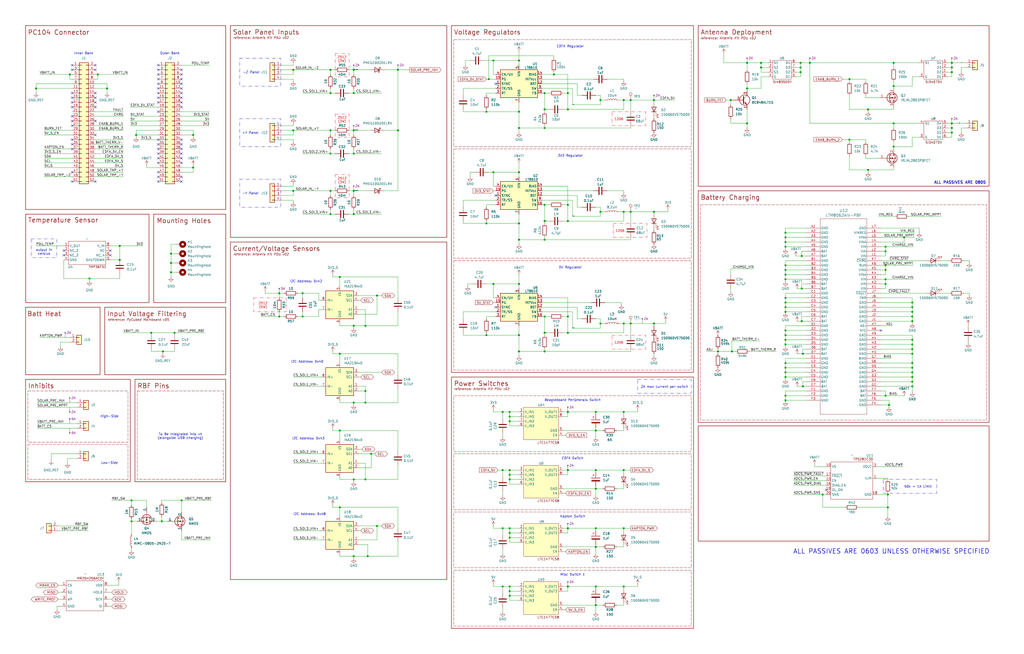
<source format=kicad_sch>
(kicad_sch (version 20231120) (generator "eeschema") (generator_version "8.0")
  (paper "User" 558.8 356.87)
  (title_block (title "PULSE-A Power Distribution Unit (PDU)") (date "2025-06-29") (rev "3.0.0") (company "UChicago Space Program") (comment 1 "Designed by Graydon Schulze-Kalt"))
  (junction (at 437.515 157.48))
  (junction (at 82.55 181.61))
  (junction (at 325.12 234.95))
  (junction (at 428.625 165.1))
  (junction (at 497.84 185.42))
  (junction (at 463.55 43.18))
  (junction (at 497.84 165.1))
  (junction (at 484.505 276.86))
  (junction (at 325.12 266.7))
  (junction (at 356.87 54.61))
  (junction (at 205.74 161.29))
  (junction (at 483.235 147.32))
  (junction (at 217.17 71.12))
  (junction (at 483.235 152.4))
  (junction (at 487.68 34.29))
  (junction (at 193.04 303.53))
  (junction (at 483.235 144.78))
  (junction (at 497.84 193.04))
  (junction (at 265.43 60.96))
  (junction (at 519.43 36.83))
  (junction (at 309.88 256.54))
  (junction (at 441.96 34.29))
  (junction (at 205.74 287.02))
  (junction (at 99.06 273.05))
  (junction (at 428.625 134.62))
  (junction (at 497.84 170.18))
  (junction (at 428.625 132.08))
  (junction (at 344.17 176.53))
  (junction (at 309.88 320.04))
  (junction (at 93.345 138.43))
  (junction (at 297.18 120.65))
  (junction (at 519.43 34.29))
  (junction (at 278.13 224.79))
  (junction (at 297.18 111.76))
  (junction (at 483.235 134.62))
  (junction (at 415.29 36.83))
  (junction (at 428.625 218.44))
  (junction (at 265.43 182.88))
  (junction (at 497.84 172.72))
  (junction (at 160.02 71.12))
  (junction (at 105.41 91.44))
  (junction (at 200.66 303.53))
  (junction (at 437.515 175.26))
  (junction (at 274.32 320.04))
  (junction (at 95.25 181.61))
  (junction (at 297.18 69.85))
  (junction (at 193.04 83.82))
  (junction (at 297.18 181.61))
  (junction (at 160.02 38.1))
  (junction (at 327.66 176.53))
  (junction (at 283.21 182.88))
  (junction (at 428.625 180.34))
  (junction (at 278.13 325.12))
  (junction (at 266.7 43.18))
  (junction (at 58.42 48.26))
  (junction (at 497.84 187.96))
  (junction (at 487.68 46.99))
  (junction (at 202.565 247.65))
  (junction (at 463.55 76.2))
  (junction (at 309.88 172.72))
  (junction (at 180.34 83.82))
  (junction (at 193.04 71.12))
  (junction (at 193.04 219.71))
  (junction (at 65.3362 134.2003))
  (junction (at 274.32 224.79))
  (junction (at 193.04 104.14))
  (junction (at 185.42 276.86))
  (junction (at 93.345 143.51))
  (junction (at 152.4 172.72))
  (junction (at 428.625 170.18))
  (junction (at 519.43 67.31))
  (junction (at 340.36 224.79))
  (junction (at 485.14 220.98))
  (junction (at 88.9 191.77))
  (junction (at 428.625 162.56))
  (junction (at 325.12 330.2))
  (junction (at 415.29 34.29))
  (junction (at 327.66 115.57))
  (junction (at 193.04 50.8))
  (junction (at 428.625 187.96))
  (junction (at 65.3362 141.8203))
  (junction (at 428.625 185.42))
  (junction (at 165.1 160.02))
  (junction (at 269.24 33.02))
  (junction (at 88.265 284.48))
  (junction (at 297.18 130.81))
  (junction (at 483.235 137.16))
  (junction (at 448.945 269.875))
  (junction (at 483.235 215.9))
  (junction (at 302.26 40.64))
  (junction (at 428.625 203.2))
  (junction (at 497.84 190.5))
  (junction (at 199.39 219.71))
  (junction (at 297.18 172.72))
  (junction (at 278.13 261.62))
  (junction (at 199.39 213.36))
  (junction (at 71.755 284.48))
  (junction (at 398.78 54.61))
  (junction (at 340.36 176.53))
  (junction (at 309.88 288.29))
  (junction (at 325.12 298.45))
  (junction (at 283.21 191.77))
  (junction (at 438.15 210.82))
  (junction (at 428.625 200.66))
  (junction (at 399.415 191.77))
  (junction (at 487.68 80.01))
  (junction (at 519.43 69.85))
  (junction (at 309.88 50.8))
  (junction (at 278.13 288.29))
  (junction (at 484.505 269.875))
  (junction (at 356.87 115.57))
  (junction (at 428.625 149.86))
  (junction (at 497.84 210.82))
  (junction (at 325.12 224.79))
  (junction (at 428.625 129.54))
  (junction (at 274.32 256.54))
  (junction (at 428.625 127))
  (junction (at 185.42 234.95))
  (junction (at 19.685 48.26))
  (junction (at 407.67 48.26))
  (junction (at 265.43 121.92))
  (junction (at 309.88 111.76))
  (junction (at 309.88 120.65))
  (junction (at 283.21 121.92))
  (junction (at 71.755 273.05))
  (junction (at 93.345 148.59))
  (junction (at 283.21 33.02))
  (junction (at 497.84 205.74))
  (junction (at 152.4 160.02))
  (junction (at 473.71 92.71))
  (junction (at 428.625 182.88))
  (junction (at 185.42 193.04))
  (junction (at 428.625 152.4))
  (junction (at 278.13 256.54))
  (junction (at 428.625 205.74))
  (junction (at 340.36 54.61))
  (junction (at 325.12 288.29))
  (junction (at 340.36 288.29))
  (junction (at 497.84 208.28))
  (junction (at 180.34 50.8))
  (junction (at 497.84 198.12))
  (junction (at 278.13 322.58))
  (junction (at 269.24 154.94))
  (junction (at 160.02 104.14))
  (junction (at 309.88 224.79))
  (junction (at 483.235 154.94))
  (junction (at 269.24 93.98))
  (junction (at 497.84 175.26))
  (junction (at 340.36 256.54))
  (junction (at 180.34 104.14))
  (junction (at 193.04 177.8))
  (junction (at 493.395 129.54))
  (junction (at 519.43 72.39))
  (junction (at 278.13 290.83))
  (junction (at 278.13 293.37))
  (junction (at 473.71 59.69))
  (junction (at 497.84 167.64))
  (junction (at 487.68 67.31))
  (junction (at 278.13 229.87))
  (junction (at 274.32 288.29))
  (junction (at 278.13 320.04))
  (junction (at 199.39 177.8))
  (junction (at 217.17 38.1))
  (junction (at 283.21 130.81))
  (junction (at 185.42 151.13))
  (junction (at 407.67 67.31))
  (junction (at 283.21 154.94))
  (junction (at 436.88 39.37))
  (junction (at 283.21 93.98))
  (junction (at 309.88 181.61))
  (junction (at 428.625 167.64))
  (junction (at 297.18 191.77))
  (junction (at 428.625 198.12))
  (junction (at 407.67 34.29))
  (junction (at 193.04 261.62))
  (junction (at 74.295 73.66))
  (junction (at 193.04 38.1))
  (junction (at 180.34 116.84))
  (junction (at 48.8262 151.9803))
  (junction (at 340.36 320.04))
  (junction (at 165.1 172.72))
  (junction (at 325.12 320.04))
  (junction (at 437.515 139.7))
  (junction (at 428.625 147.32))
  (junction (at 297.18 59.69))
  (junction (at 327.66 54.61))
  (junction (at 391.795 191.77))
  (junction (at 428.625 144.78))
  (junction (at 344.17 54.61))
  (junction (at 436.88 34.29))
  (junction (at 53.34 40.64))
  (junction (at 278.13 259.08))
  (junction (at 309.88 59.69))
  (junction (at 356.87 176.53))
  (junction (at 436.88 36.83))
  (junction (at 497.84 200.66))
  (junction (at 325.12 256.54))
  (junction (at 438.15 193.04))
  (junction (at 38.1 40.64))
  (junction (at 278.13 227.33))
  (junction (at 340.36 115.57))
  (junction (at 105.41 73.66))
  (junction (at 297.18 50.8))
  (junction (at 193.04 116.84))
  (junction (at 519.43 39.37))
  (junction (at 283.21 69.85))
  (junction (at 180.34 71.12))
  (junction (at 497.84 203.2))
  (junction (at 199.39 261.62))
  (junction (at 344.17 115.57))
  (junction (at 283.21 60.96))
  (junction (at 180.34 38.1))
  (junction (at 428.625 215.9))
  (no_connect (at 99.06 53.34))
  (no_connect (at 60.2562 139.2803))
  (no_connect (at 99.06 96.52))
  (no_connect (at 99.06 88.9))
  (no_connect (at 39.37 38.1))
  (no_connect (at 270.51 167.64))
  (no_connect (at 52.07 58.42))
  (no_connect (at 86.36 53.34))
  (no_connect (at 99.06 78.74))
  (no_connect (at 39.37 93.98))
  (no_connect (at 99.06 76.2))
  (no_connect (at 39.37 78.74))
  (no_connect (at 86.36 93.98))
  (no_connect (at 86.36 45.72))
  (no_connect (at 52.07 53.34))
  (no_connect (at 86.36 96.52))
  (no_connect (at 39.37 53.34))
  (no_connect (at 86.36 83.82))
  (no_connect (at 52.07 35.56))
  (no_connect (at 52.07 38.1))
  (no_connect (at 99.06 43.18))
  (no_connect (at 39.37 35.56))
  (no_connect (at 99.06 58.42))
  (no_connect (at 99.06 86.36))
  (no_connect (at 86.36 43.18))
  (no_connect (at 52.07 50.8))
  (no_connect (at 99.06 45.72))
  (no_connect (at 52.07 73.66))
  (no_connect (at 60.2562 136.7403))
  (no_connect (at 99.06 48.26))
  (no_connect (at 86.36 55.88))
  (no_connect (at 34.8562 139.2803))
  (no_connect (at 39.37 81.28))
  (no_connect (at 86.36 78.74))
  (no_connect (at 480.695 180.34))
  (no_connect (at 39.37 76.2))
  (no_connect (at 99.06 38.1))
  (no_connect (at 39.37 99.06))
  (no_connect (at 99.06 83.82))
  (no_connect (at 39.37 58.42))
  (no_connect (at 86.36 48.26))
  (no_connect (at 86.36 81.28))
  (no_connect (at 86.36 50.8))
  (no_connect (at 39.37 50.8))
  (no_connect (at 99.06 99.06))
  (no_connect (at 86.36 40.64))
  (no_connect (at 34.8562 136.7403))
  (no_connect (at 52.07 55.88))
  (no_connect (at 39.37 68.58))
  (no_connect (at 52.07 99.06))
  (no_connect (at 450.85 267.335))
  (no_connect (at 39.37 63.5))
  (no_connect (at 39.37 55.88))
  (no_connect (at 39.37 66.04))
  (no_connect (at 99.06 50.8))
  (no_connect (at 52.07 66.04))
  (no_connect (at 86.36 86.36))
  (no_connect (at 86.36 35.56))
  (no_connect (at 99.06 81.28))
  (no_connect (at 99.06 55.88))
  (no_connect (at 99.06 40.64))
  (no_connect (at 270.51 106.68))
  (no_connect (at 86.36 99.06))
  (no_connect (at 86.36 76.2))
  (no_connect (at 270.51 45.72))
  (no_connect (at 86.36 60.96))
  (no_connect (at 86.36 88.9))
  (no_connect (at 86.36 38.1))
  (wire (pts (xy 428.625 182.88) (xy 440.055 182.88)))
  (wire (pts (xy 160.02 67.31) (xy 160.02 68.58)))
  (wire (pts (xy 265.43 172.72) (xy 265.43 173.99)))
  (wire (pts (xy 307.34 59.69) (xy 309.88 59.69)))
  (wire (pts (xy 105.41 71.12) (xy 105.41 73.66)))
  (wire (pts (xy 185.42 302.26) (xy 185.42 303.53)))
  (wire (pts (xy 24.13 83.82) (xy 39.37 83.82)))
  (wire (pts (xy 391.795 191.77) (xy 399.415 191.77)))
  (wire (pts (xy 195.58 203.2) (xy 208.28 203.2)))
  (wire (pts (xy 266.7 93.98) (xy 269.24 93.98)))
  (wire (pts (xy 480.695 149.86) (xy 483.235 149.86)))
  (wire (pts (xy 88.265 284.48) (xy 91.44 284.48)))
  (wire (pts (xy 428.625 152.4) (xy 428.625 149.86)))
  (wire (pts (xy 67.31 88.9) (xy 52.07 88.9)))
  (wire (pts (xy 19.685 50.8) (xy 19.685 48.26)))
  (wire (pts (xy 88.9 191.77) (xy 88.9 193.04)))
  (wire (pts (xy 344.17 191.77) (xy 344.17 190.5)))
  (wire (pts (xy 283.21 157.48) (xy 283.21 154.94)))
  (wire (pts (xy 480.695 165.1) (xy 497.84 165.1)))
  (wire (pts (xy 52.07 45.72) (xy 58.42 45.72)))
  (wire (pts (xy 160.02 289.56) (xy 175.26 289.56)))
  (wire (pts (xy 438.15 210.82) (xy 440.055 210.82)))
  (wire (pts (xy 295.91 48.26) (xy 312.42 48.26)))
  (wire (pts (xy 473.71 92.71) (xy 487.68 92.71)))
  (wire (pts (xy 31.75 287.02) (xy 48.26 287.02)))
  (wire (pts (xy 528.955 142.24) (xy 528.955 143.51)))
  (wire (pts (xy 415.29 36.83) (xy 415.29 39.37)))
  (wire (pts (xy 440.055 134.62) (xy 428.625 134.62)))
  (wire (pts (xy 24.13 71.12) (xy 39.37 71.12)))
  (wire (pts (xy 256.54 93.98) (xy 256.54 96.52)))
  (wire (pts (xy 428.625 167.64) (xy 428.625 170.18)))
  (wire (pts (xy 428.625 165.1) (xy 428.625 167.64)))
  (wire (pts (xy 278.13 224.79) (xy 278.13 227.33)))
  (wire (pts (xy 185.42 193.04) (xy 185.42 198.12)))
  (wire (pts (xy 180.34 116.84) (xy 182.88 116.84)))
  (wire (pts (xy 398.78 54.61) (xy 400.05 54.61)))
  (wire (pts (xy 337.82 54.61) (xy 340.36 54.61)))
  (wire (pts (xy 153.67 38.1) (xy 160.02 38.1)))
  (wire (pts (xy 408.94 191.77) (xy 423.545 191.77)))
  (wire (pts (xy 99.06 273.05) (xy 99.06 279.4)))
  (wire (pts (xy 440.055 218.44) (xy 428.625 218.44)))
  (wire (pts (xy 297.18 59.69) (xy 299.72 59.69)))
  (wire (pts (xy 485.14 220.98) (xy 485.14 222.25)))
  (wire (pts (xy 41.91 247.65) (xy 27.94 247.65)))
  (wire (pts (xy 173.99 160.02) (xy 165.1 160.02)))
  (wire (pts (xy 440.055 137.16) (xy 437.515 137.16)))
  (wire (pts (xy 438.15 193.04) (xy 440.055 193.04)))
  (wire (pts (xy 67.31 96.52) (xy 52.07 96.52)))
  (wire (pts (xy 269.24 93.98) (xy 283.21 93.98)))
  (wire (pts (xy 463.55 92.71) (xy 473.71 92.71)))
  (wire (pts (xy 297.18 181.61) (xy 299.72 181.61)))
  (wire (pts (xy 307.34 330.2) (xy 325.12 330.2)))
  (wire (pts (xy 497.84 165.1) (xy 497.84 167.64)))
  (wire (pts (xy 407.67 59.69) (xy 407.67 67.31)))
  (wire (pts (xy 483.235 213.36) (xy 483.235 215.9)))
  (wire (pts (xy 283.21 149.86) (xy 283.21 154.94)))
  (wire (pts (xy 434.34 36.83) (xy 436.88 36.83)))
  (wire (pts (xy 428.625 132.08) (xy 440.055 132.08)))
  (wire (pts (xy 398.78 57.15) (xy 398.78 54.61)))
  (wire (pts (xy 278.13 256.54) (xy 278.13 259.08)))
  (wire (pts (xy 193.04 177.8) (xy 193.04 179.07)))
  (wire (pts (xy 180.34 83.82) (xy 182.88 83.82)))
  (wire (pts (xy 428.625 127) (xy 428.625 129.54)))
  (wire (pts (xy 202.565 247.65) (xy 202.565 255.27)))
  (wire (pts (xy 181.61 233.68) (xy 181.61 234.95)))
  (wire (pts (xy 340.36 226.06) (xy 340.36 224.79)))
  (wire (pts (xy 340.36 59.69) (xy 340.36 54.61)))
  (wire (pts (xy 428.625 203.2) (xy 440.055 203.2)))
  (wire (pts (xy 480.695 167.64) (xy 497.84 167.64)))
  (wire (pts (xy 190.5 71.12) (xy 193.04 71.12)))
  (wire (pts (xy 80.01 276.86) (xy 80.01 273.05)))
  (wire (pts (xy 283.21 293.37) (xy 278.13 293.37)))
  (wire (pts (xy 93.345 143.51) (xy 93.345 138.43)))
  (wire (pts (xy 325.12 328.93) (xy 325.12 330.2)))
  (wire (pts (xy 269.24 101.6) (xy 270.51 101.6)))
  (wire (pts (xy 309.88 259.08) (xy 309.88 256.54)))
  (wire (pts (xy 180.34 38.1) (xy 180.34 40.64)))
  (wire (pts (xy 88.265 273.05) (xy 88.265 274.32)))
  (wire (pts (xy 199.39 210.82) (xy 199.39 213.36)))
  (wire (pts (xy 195.58 287.02) (xy 205.74 287.02)))
  (wire (pts (xy 71.12 66.04) (xy 86.36 66.04)))
  (wire (pts (xy 193.04 83.82) (xy 208.28 83.82)))
  (wire (pts (xy 278.13 261.62) (xy 278.13 264.16)))
  (wire (pts (xy 67.31 76.2) (xy 52.07 76.2)))
  (wire (pts (xy 278.13 256.54) (xy 283.21 256.54)))
  (wire (pts (xy 415.29 41.91) (xy 419.1 41.91)))
  (wire (pts (xy 67.31 91.44) (xy 52.07 91.44)))
  (wire (pts (xy 314.96 113.03) (xy 317.5 113.03)))
  (wire (pts (xy 340.36 176.53) (xy 344.17 176.53)))
  (wire (pts (xy 153.67 71.12) (xy 160.02 71.12)))
  (wire (pts (xy 309.88 40.64) (xy 309.88 50.8)))
  (wire (pts (xy 266.7 43.18) (xy 270.51 43.18)))
  (wire (pts (xy 480.695 172.72) (xy 497.84 172.72)))
  (wire (pts (xy 391.795 191.77) (xy 391.795 193.04)))
  (wire (pts (xy 252.73 60.96) (xy 265.43 60.96)))
  (wire (pts (xy 428.625 218.44) (xy 428.625 215.9)))
  (wire (pts (xy 497.84 208.28) (xy 497.84 210.82)))
  (wire (pts (xy 398.78 146.685) (xy 398.78 149.86)))
  (wire (pts (xy 295.91 109.22) (xy 312.42 109.22)))
  (wire (pts (xy 217.17 276.86) (xy 217.17 288.29)))
  (wire (pts (xy 52.07 48.26) (xy 58.42 48.26)))
  (wire (pts (xy 340.36 234.95) (xy 340.36 233.68)))
  (wire (pts (xy 340.36 288.29) (xy 344.17 288.29)))
  (wire (pts (xy 307.34 320.04) (xy 309.88 320.04)))
  (wire (pts (xy 93.345 143.51) (xy 95.885 143.51)))
  (wire (pts (xy 480.695 220.98) (xy 485.14 220.98)))
  (wire (pts (xy 297.18 172.72) (xy 299.72 172.72)))
  (wire (pts (xy 252.73 170.18) (xy 252.73 173.99)))
  (wire (pts (xy 327.66 115.57) (xy 327.66 118.11)))
  (wire (pts (xy 270.51 48.26) (xy 252.73 48.26)))
  (wire (pts (xy 428.625 180.34) (xy 440.055 180.34)))
  (wire (pts (xy 283.21 227.33) (xy 278.13 227.33)))
  (wire (pts (xy 344.17 54.61) (xy 356.87 54.61)))
  (wire (pts (xy 480.695 137.16) (xy 483.235 137.16)))
  (wire (pts (xy 209.55 71.12) (xy 217.17 71.12)))
  (wire (pts (xy 327.66 115.57) (xy 330.2 115.57)))
  (wire (pts (xy 428.625 182.88) (xy 428.625 180.34)))
  (wire (pts (xy 181.61 234.95) (xy 185.42 234.95)))
  (wire (pts (xy 181.61 276.86) (xy 185.42 276.86)))
  (wire (pts (xy 344.17 115.57) (xy 356.87 115.57)))
  (wire (pts (xy 217.17 193.04) (xy 185.42 193.04)))
  (wire (pts (xy 472.44 76.2) (xy 472.44 77.47)))
  (wire (pts (xy 440.055 152.4) (xy 428.625 152.4)))
  (wire (pts (xy 195.58 294.64) (xy 205.74 294.64)))
  (wire (pts (xy 38.1 40.64) (xy 39.37 40.64)))
  (wire (pts (xy 153.67 109.22) (xy 160.02 109.22)))
  (wire (pts (xy 407.67 48.26) (xy 407.67 49.53)))
  (wire (pts (xy 472.44 43.18) (xy 472.44 44.45)))
  (wire (pts (xy 484.505 269.24) (xy 484.505 269.875)))
  (wire (pts (xy 202.565 247.65) (xy 204.47 247.65)))
  (wire (pts (xy 99.06 73.66) (xy 105.41 73.66)))
  (wire (pts (xy 484.505 276.86) (xy 484.505 281.94)))
  (wire (pts (xy 437.515 157.48) (xy 440.055 157.48)))
  (wire (pts (xy 434.975 175.26) (xy 437.515 175.26)))
  (wire (pts (xy 307.34 50.8) (xy 309.88 50.8)))
  (wire (pts (xy 497.84 167.64) (xy 497.84 170.18)))
  (wire (pts (xy 217.17 170.18) (xy 217.17 177.8)))
  (wire (pts (xy 309.88 101.6) (xy 309.88 111.76)))
  (wire (pts (xy 472.44 52.07) (xy 472.44 53.34)))
  (wire (pts (xy 270.51 109.22) (xy 252.73 109.22)))
  (wire (pts (xy 36.83 250.19) (xy 36.83 252.73)))
  (wire (pts (xy 269.24 287.02) (xy 269.24 288.29)))
  (wire (pts (xy 480.695 200.66) (xy 497.84 200.66)))
  (wire (pts (xy 193.04 38.1) (xy 201.93 38.1)))
  (wire (pts (xy 438.15 190.5) (xy 440.055 190.5)))
  (wire (pts (xy 428.625 129.54) (xy 428.625 132.08)))
  (wire (pts (xy 195.58 245.11) (xy 197.485 245.11)))
  (wire (pts (xy 297.18 130.81) (xy 344.17 130.81)))
  (wire (pts (xy 269.24 318.77) (xy 269.24 320.04)))
  (wire (pts (xy 269.24 40.64) (xy 270.51 40.64)))
  (wire (pts (xy 295.91 165.1) (xy 322.58 165.1)))
  (wire (pts (xy 344.17 121.92) (xy 344.17 115.57)))
  (wire (pts (xy 485.14 218.44) (xy 485.14 220.98)))
  (wire (pts (xy 516.89 36.83) (xy 519.43 36.83)))
  (wire (pts (xy 347.98 318.77) (xy 347.98 320.04)))
  (wire (pts (xy 180.34 73.66) (xy 180.34 71.12)))
  (wire (pts (xy 436.88 41.91) (xy 436.88 39.37)))
  (wire (pts (xy 269.24 154.94) (xy 269.24 162.56)))
  (wire (pts (xy 519.43 36.83) (xy 519.43 34.29)))
  (wire (pts (xy 463.55 43.18) (xy 463.55 44.45)))
  (wire (pts (xy 24.13 91.44) (xy 39.37 91.44)))
  (wire (pts (xy 58.42 45.72) (xy 58.42 48.26)))
  (wire (pts (xy 254 33.02) (xy 254 35.56)))
  (wire (pts (xy 309.88 224.79) (xy 325.12 224.79)))
  (wire (pts (xy 99.06 66.04) (xy 114.3 66.04)))
  (wire (pts (xy 487.68 92.71) (xy 487.68 91.44)))
  (wire (pts (xy 428.625 177.8) (xy 440.055 177.8)))
  (wire (pts (xy 283.21 72.39) (xy 283.21 69.85)))
  (wire (pts (xy 340.36 115.57) (xy 344.17 115.57)))
  (wire (pts (xy 269.24 93.98) (xy 269.24 101.6)))
  (wire (pts (xy 274.32 288.29) (xy 278.13 288.29)))
  (wire (pts (xy 190.5 116.84) (xy 193.04 116.84)))
  (wire (pts (xy 428.625 213.36) (xy 440.055 213.36)))
  (wire (pts (xy 325.12 265.43) (xy 325.12 266.7)))
  (wire (pts (xy 480.695 185.42) (xy 497.84 185.42)))
  (wire (pts (xy 82.55 181.61) (xy 95.25 181.61)))
  (wire (pts (xy 67.31 83.82) (xy 52.07 83.82)))
  (wire (pts (xy 483.235 144.78) (xy 498.475 144.78)))
  (wire (pts (xy 519.43 67.31) (xy 519.43 69.85)))
  (wire (pts (xy 483.235 149.86) (xy 483.235 147.32)))
  (wire (pts (xy 480.695 132.08) (xy 493.395 132.08)))
  (wire (pts (xy 193.04 50.8) (xy 208.28 50.8)))
  (wire (pts (xy 344.17 69.85) (xy 344.17 68.58)))
  (wire (pts (xy 152.4 170.18) (xy 152.4 172.72)))
  (wire (pts (xy 270.51 111.76) (xy 265.43 111.76)))
  (wire (pts (xy 85.09 284.48) (xy 88.265 284.48)))
  (wire (pts (xy 480.695 210.82) (xy 497.84 210.82)))
  (wire (pts (xy 394.97 29.21) (xy 394.97 34.29)))
  (wire (pts (xy 82.55 181.61) (xy 82.55 182.88)))
  (wire (pts (xy 340.36 320.04) (xy 340.36 321.31)))
  (wire (pts (xy 195.58 168.91) (xy 199.39 168.91)))
  (wire (pts (xy 31.75 319.405) (xy 33.655 319.405)))
  (wire (pts (xy 71.755 273.05) (xy 80.01 273.05)))
  (wire (pts (xy 71.755 284.48) (xy 71.755 291.465)))
  (wire (pts (xy 173.99 163.83) (xy 173.99 160.02)))
  (wire (pts (xy 160.02 68.58) (xy 153.67 68.58)))
  (wire (pts (xy 356.87 64.77) (xy 356.87 63.5)))
  (wire (pts (xy 297.18 111.76) (xy 297.18 120.65)))
  (wire (pts (xy 340.36 256.54) (xy 344.17 256.54)))
  (wire (pts (xy 463.55 52.07) (xy 463.55 59.69)))
  (wire (pts (xy 325.12 233.68) (xy 325.12 234.95)))
  (wire (pts (xy 441.96 67.31) (xy 487.68 67.31)))
  (wire (pts (xy 437.515 154.94) (xy 437.515 157.48)))
  (wire (pts (xy 173.99 163.83) (xy 175.26 163.83)))
  (wire (pts (xy 71.755 284.48) (xy 74.93 284.48)))
  (wire (pts (xy 340.36 43.18) (xy 340.36 44.45)))
  (wire (pts (xy 93.345 138.43) (xy 93.345 133.35)))
  (wire (pts (xy 436.88 34.29) (xy 441.96 34.29)))
  (wire (pts (xy 314.96 173.99) (xy 317.5 173.99)))
  (wire (pts (xy 173.99 168.91) (xy 175.26 168.91)))
  (wire (pts (xy 265.43 59.69) (xy 265.43 60.96)))
  (wire (pts (xy 307.34 227.33) (xy 309.88 227.33)))
  (wire (pts (xy 283.21 88.9) (xy 283.21 93.98)))
  (wire (pts (xy 428.625 205.74) (xy 428.625 207.01)))
  (wire (pts (xy 495.935 118.11) (xy 513.715 118.11)))
  (wire (pts (xy 428.625 127) (xy 440.055 127)))
  (wire (pts (xy 180.34 104.14) (xy 180.34 106.68)))
  (wire (pts (xy 487.68 59.69) (xy 487.68 58.42)))
  (wire (pts (xy 283.21 55.88) (xy 283.21 60.96)))
  (wire (pts (xy 283.21 182.88) (xy 283.21 191.77)))
  (wire (pts (xy 488.315 118.11) (xy 479.425 118.11)))
  (wire (pts (xy 93.345 148.59) (xy 93.345 143.51)))
  (wire (pts (xy 524.51 39.37) (xy 524.51 36.83)))
  (wire (pts (xy 31.75 327.025) (xy 33.655 327.025)))
  (wire (pts (xy 344.17 176.53) (xy 344.17 182.88)))
  (wire (pts (xy 265.43 182.88) (xy 283.21 182.88)))
  (wire (pts (xy 480.695 175.26) (xy 497.84 175.26)))
  (wire (pts (xy 53.34 40.64) (xy 69.85 40.64)))
  (wire (pts (xy 217.17 193.04) (xy 217.17 204.47)))
  (wire (pts (xy 480.695 144.78) (xy 483.235 144.78)))
  (wire (pts (xy 497.84 185.42) (xy 497.84 187.96)))
  (wire (pts (xy 428.625 200.66) (xy 428.625 198.12)))
  (wire (pts (xy 153.67 40.64) (xy 160.02 40.64)))
  (wire (pts (xy 497.84 182.88) (xy 497.84 185.42)))
  (wire (pts (xy 480.695 139.7) (xy 483.235 139.7)))
  (wire (pts (xy 440.055 124.46) (xy 428.625 124.46)))
  (wire (pts (xy 160.02 73.66) (xy 160.02 71.12)))
  (wire (pts (xy 487.68 77.47) (xy 487.68 80.01)))
  (wire (pts (xy 497.84 205.74) (xy 497.84 208.28)))
  (wire (pts (xy 19.685 48.26) (xy 19.685 45.72)))
  (wire (pts (xy 153.67 35.56) (xy 160.02 35.56)))
  (wire (pts (xy 199.39 213.36) (xy 199.39 219.71)))
  (wire (pts (xy 497.84 172.72) (xy 497.84 175.26)))
  (wire (pts (xy 483.235 215.9) (xy 480.695 215.9)))
  (wire (pts (xy 472.44 85.09) (xy 472.44 86.36)))
  (wire (pts (xy 480.695 124.46) (xy 501.65 124.46)))
  (wire (pts (xy 265.43 181.61) (xy 265.43 182.88)))
  (wire (pts (xy 297.18 129.54) (xy 297.18 130.81)))
  (wire (pts (xy 428.625 147.32) (xy 440.055 147.32)))
  (wire (pts (xy 327.66 176.53) (xy 327.66 179.07)))
  (wire (pts (xy 473.71 59.69) (xy 473.71 60.96)))
  (wire (pts (xy 153.67 106.68) (xy 160.02 106.68)))
  (wire (pts (xy 193.04 50.8) (xy 193.04 48.26)))
  (wire (pts (xy 31.115 330.835) (xy 33.655 330.835)))
  (wire (pts (xy 356.87 176.53) (xy 363.22 176.53)))
  (wire (pts (xy 193.04 219.71) (xy 193.04 220.98)))
  (wire (pts (xy 398.78 157.48) (xy 398.78 159.385)))
  (wire (pts (xy 428.625 182.88) (xy 428.625 185.42)))
  (wire (pts (xy 193.04 303.53) (xy 200.66 303.53)))
  (wire (pts (xy 65.3362 134.2003) (xy 78.0362 134.2003)))
  (wire (pts (xy 160.02 294.64) (xy 175.26 294.64)))
  (wire (pts (xy 181.61 193.04) (xy 185.42 193.04)))
  (wire (pts (xy 52.07 78.74) (xy 67.31 78.74)))
  (wire (pts (xy 24.13 86.36) (xy 39.37 86.36)))
  (wire (pts (xy 283.21 194.31) (xy 283.21 191.77)))
  (wire (pts (xy 160.02 76.2) (xy 160.02 77.47)))
  (wire (pts (xy 283.21 60.96) (xy 283.21 69.85)))
  (wire (pts (xy 440.055 205.74) (xy 428.625 205.74)))
  (wire (pts (xy 153.67 43.18) (xy 160.02 43.18)))
  (wire (pts (xy 399.415 186.055) (xy 399.415 191.77)))
  (wire (pts (xy 34.8562 141.8203) (xy 34.8562 151.9803)))
  (wire (pts (xy 428.625 218.44) (xy 428.625 219.075)))
  (wire (pts (xy 480.695 208.28) (xy 497.84 208.28)))
  (wire (pts (xy 428.625 160.02) (xy 428.625 162.56)))
  (wire (pts (xy 160.02 40.64) (xy 160.02 38.1)))
  (wire (pts (xy 21.59 40.64) (xy 38.1 40.64)))
  (wire (pts (xy 278.13 290.83) (xy 278.13 293.37)))
  (wire (pts (xy 283.21 264.16) (xy 278.13 264.16)))
  (wire (pts (xy 478.79 260.985) (xy 484.505 260.985)))
  (wire (pts (xy 199.39 168.91) (xy 199.39 177.8)))
  (wire (pts (xy 325.12 266.7) (xy 325.12 270.51)))
  (wire (pts (xy 193.04 38.1) (xy 193.04 40.64)))
  (wire (pts (xy 337.82 176.53) (xy 340.36 176.53)))
  (wire (pts (xy 337.82 115.57) (xy 340.36 115.57)))
  (wire (pts (xy 142.24 172.72) (xy 152.4 172.72)))
  (wire (pts (xy 483.235 134.62) (xy 498.475 134.62)))
  (wire (pts (xy 440.055 187.96) (xy 428.625 187.96)))
  (wire (pts (xy 160.02 106.68) (xy 160.02 104.14)))
  (wire (pts (xy 472.44 53.34) (xy 480.06 53.34)))
  (wire (pts (xy 252.73 121.92) (xy 265.43 121.92)))
  (wire (pts (xy 165.1 172.72) (xy 173.99 172.72)))
  (wire (pts (xy 484.505 269.875) (xy 484.505 276.86)))
  (wire (pts (xy 394.97 34.29) (xy 407.67 34.29)))
  (wire (pts (xy 283.21 116.84) (xy 283.21 121.92)))
  (wire (pts (xy 99.06 93.98) (xy 105.41 93.98)))
  (wire (pts (xy 325.12 330.2) (xy 328.93 330.2)))
  (wire (pts (xy 31.115 332.74) (xy 31.115 330.835)))
  (wire (pts (xy 283.21 121.92) (xy 283.21 130.81)))
  (wire (pts (xy 269.24 223.52) (xy 269.24 224.79)))
  (wire (pts (xy 415.29 34.29) (xy 415.29 36.83)))
  (wire (pts (xy 516.89 69.85) (xy 519.43 69.85)))
  (wire (pts (xy 99.06 91.44) (xy 105.41 91.44)))
  (wire (pts (xy 34.8562 151.9803) (xy 48.8262 151.9803)))
  (wire (pts (xy 480.695 147.32) (xy 483.235 147.32)))
  (wire (pts (xy 325.12 320.04) (xy 325.12 321.31)))
  (wire (pts (xy 309.88 227.33) (xy 309.88 224.79)))
  (wire (pts (xy 181.61 275.59) (xy 181.61 276.86)))
  (wire (pts (xy 497.84 41.91) (xy 501.65 41.91)))
  (wire (pts (xy 519.43 67.31) (xy 527.05 67.31)))
  (wire (pts (xy 487.68 34.29) (xy 501.65 34.29)))
  (wire (pts (xy 217.17 261.62) (xy 199.39 261.62)))
  (wire (pts (xy 415.29 36.83) (xy 419.1 36.83)))
  (wire (pts (xy 497.84 162.56) (xy 497.84 165.1)))
  (wire (pts (xy 297.18 111.76) (xy 299.72 111.76)))
  (wire (pts (xy 195.58 297.18) (xy 200.66 297.18)))
  (wire (pts (xy 309.88 59.69) (xy 340.36 59.69)))
  (wire (pts (xy 434.34 34.29) (xy 436.88 34.29)))
  (wire (pts (xy 398.78 64.77) (xy 398.78 67.31)))
  (wire (pts (xy 93.345 138.43) (xy 95.885 138.43)))
  (wire (pts (xy 283.21 322.58) (xy 278.13 322.58)))
  (wire (pts (xy 99.06 294.64) (xy 114.935 294.64)))
  (wire (pts (xy 266.7 30.48) (xy 266.7 43.18)))
  (wire (pts (xy 205.74 161.29) (xy 208.28 161.29)))
  (wire (pts (xy 217.17 151.13) (xy 217.17 162.56)))
  (wire (pts (xy 336.55 234.95) (xy 340.36 234.95)))
  (wire (pts (xy 325.12 297.18) (xy 325.12 298.45)))
  (wire (pts (xy 295.91 43.18) (xy 323.85 43.18)))
  (wire (pts (xy 434.34 39.37) (xy 436.88 39.37)))
  (wire (pts (xy 497.84 80.01) (xy 497.84 74.93)))
  (wire (pts (xy 480.695 198.12) (xy 497.84 198.12)))
  (wire (pts (xy 487.68 67.31) (xy 487.68 69.85)))
  (wire (pts (xy 459.74 43.18) (xy 463.55 43.18)))
  (wire (pts (xy 19.685 45.72) (xy 39.37 45.72)))
  (wire (pts (xy 265.43 120.65) (xy 265.43 121.92)))
  (wire (pts (xy 309.88 111.76) (xy 309.88 120.65)))
  (wire (pts (xy 487.68 80.01) (xy 487.68 81.28)))
  (wire (pts (xy 327.66 173.99) (xy 325.12 173.99)))
  (wire (pts (xy 165.1 162.56) (xy 165.1 160.02)))
  (wire (pts (xy 516.89 72.39) (xy 519.43 72.39)))
  (wire (pts (xy 356.87 54.61) (xy 368.3 54.61)))
  (wire (pts (xy 283.21 261.62) (xy 278.13 261.62)))
  (wire (pts (xy 180.34 50.8) (xy 182.88 50.8)))
  (wire (pts (xy 71.12 68.58) (xy 86.36 68.58)))
  (wire (pts (xy 428.625 144.78) (xy 428.625 142.24)))
  (wire (pts (xy 483.235 154.94) (xy 483.235 152.4)))
  (wire (pts (xy 307.34 237.49) (xy 308.61 237.49)))
  (wire (pts (xy 153.67 104.14) (xy 160.02 104.14)))
  (wire (pts (xy 295.91 104.14) (xy 323.85 104.14)))
  (wire (pts (xy 65.3362 149.4403) (xy 65.3362 151.9803)))
  (wire (pts (xy 302.26 30.48) (xy 302.26 31.75)))
  (wire (pts (xy 185.42 234.95) (xy 185.42 240.03)))
  (wire (pts (xy 160.02 71.12) (xy 180.34 71.12)))
  (wire (pts (xy 480.695 152.4) (xy 483.235 152.4)))
  (wire (pts (xy 472.44 86.36) (xy 480.06 86.36)))
  (wire (pts (xy 428.625 215.9) (xy 440.055 215.9)))
  (wire (pts (xy 283.21 229.87) (xy 278.13 229.87)))
  (wire (pts (xy 20.32 219.71) (xy 41.91 219.71)))
  (wire (pts (xy 60.2562 134.2003) (xy 65.3362 134.2003)))
  (wire (pts (xy 209.55 104.14) (xy 217.17 104.14)))
  (wire (pts (xy 67.31 71.12) (xy 52.07 71.12)))
  (wire (pts (xy 283.21 133.35) (xy 283.21 130.81)))
  (wire (pts (xy 480.695 182.88) (xy 497.84 182.88)))
  (wire (pts (xy 254 33.02) (xy 256.54 33.02)))
  (wire (pts (xy 480.695 134.62) (xy 483.235 134.62)))
  (wire (pts (xy 433.07 264.795) (xy 450.85 264.795)))
  (wire (pts (xy 193.04 261.62) (xy 193.04 262.89)))
  (wire (pts (xy 283.21 327.66) (xy 278.13 327.66)))
  (wire (pts (xy 497.84 193.04) (xy 497.84 198.12)))
  (wire (pts (xy 269.24 33.02) (xy 269.24 40.64)))
  (wire (pts (xy 274.32 228.6) (xy 274.32 224.79)))
  (wire (pts (xy 396.24 54.61) (xy 398.78 54.61)))
  (wire (pts (xy 307.34 256.54) (xy 309.88 256.54)))
  (wire (pts (xy 480.695 203.2) (xy 497.84 203.2)))
  (wire (pts (xy 307.34 290.83) (xy 309.88 290.83)))
  (wire (pts (xy 255.27 154.94) (xy 257.81 154.94)))
  (wire (pts (xy 93.345 133.35) (xy 95.885 133.35)))
  (wire (pts (xy 269.24 104.14) (xy 270.51 104.14)))
  (wire (pts (xy 519.43 34.29) (xy 527.05 34.29)))
  (wire (pts (xy 278.13 320.04) (xy 278.13 322.58)))
  (wire (pts (xy 297.18 182.88) (xy 297.18 181.61)))
  (wire (pts (xy 193.04 303.53) (xy 193.04 304.8)))
  (wire (pts (xy 173.99 172.72) (xy 173.99 168.91)))
  (wire (pts (xy 217.17 234.95) (xy 217.17 246.38)))
  (wire (pts (xy 297.18 69.85) (xy 344.17 69.85)))
  (wire (pts (xy 217.17 234.95) (xy 185.42 234.95)))
  (wire (pts (xy 437.515 139.7) (xy 440.055 139.7)))
  (wire (pts (xy 480.695 195.58) (xy 486.41 195.58)))
  (wire (pts (xy 307.34 111.76) (xy 309.88 111.76)))
  (wire (pts (xy 480.695 142.24) (xy 505.46 142.24)))
  (wire (pts (xy 270.51 170.18) (xy 252.73 170.18)))
  (wire (pts (xy 307.34 332.74) (xy 308.61 332.74)))
  (wire (pts (xy 269.24 320.04) (xy 274.32 320.04)))
  (wire (pts (xy 302.26 39.37) (xy 302.26 40.64)))
  (wire (pts (xy 325.12 256.54) (xy 340.36 256.54)))
  (wire (pts (xy 21.59 184.15) (xy 38.1 184.15)))
  (wire (pts (xy 160.02 205.74) (xy 175.26 205.74)))
  (wire (pts (xy 295.91 40.64) (xy 302.26 40.64)))
  (wire (pts (xy 64.77 319.405) (xy 59.055 319.405)))
  (wire (pts (xy 438.15 208.28) (xy 438.15 210.82)))
  (wire (pts (xy 309.88 288.29) (xy 325.12 288.29)))
  (wire (pts (xy 59.055 330.835) (xy 60.96 330.835)))
  (wire (pts (xy 162.56 160.02) (xy 165.1 160.02)))
  (wire (pts (xy 314.96 173.99) (xy 314.96 167.64)))
  (wire (pts (xy 428.625 142.24) (xy 440.055 142.24)))
  (wire (pts (xy 144.78 160.02) (xy 144.78 158.75)))
  (wire (pts (xy 314.96 106.68) (xy 295.91 106.68)))
  (wire (pts (xy 519.43 39.37) (xy 519.43 36.83)))
  (wire (pts (xy 519.43 74.93) (xy 519.43 72.39)))
  (wire (pts (xy 193.04 71.12) (xy 193.04 73.66)))
  (wire (pts (xy 297.18 121.92) (xy 297.18 120.65)))
  (wire (pts (xy 60.96 273.05) (xy 71.755 273.05)))
  (wire (pts (xy 428.625 152.4) (xy 428.625 153.67)))
  (wire (pts (xy 193.04 116.84) (xy 208.28 116.84)))
  (wire (pts (xy 24.13 96.52) (xy 39.37 96.52)))
  (wire (pts (xy 336.55 298.45) (xy 340.36 298.45)))
  (wire (pts (xy 185.42 261.62) (xy 193.04 261.62)))
  (wire (pts (xy 153.67 76.2) (xy 160.02 76.2)))
  (wire (pts (xy 483.235 139.7) (xy 483.235 137.16)))
  (wire (pts (xy 278.13 293.37) (xy 278.13 295.91)))
  (wire (pts (xy 497.84 74.93) (xy 501.65 74.93)))
  (wire (pts (xy 325.12 266.7) (xy 328.93 266.7)))
  (wire (pts (xy 497.84 210.82) (xy 497.84 213.995)))
  (wire (pts (xy 314.96 52.07) (xy 317.5 52.07)))
  (wire (pts (xy 190.5 83.82) (xy 193.04 83.82)))
  (wire (pts (xy 314.96 113.03) (xy 314.96 106.68)))
  (wire (pts (xy 199.39 177.8) (xy 193.04 177.8)))
  (wire (pts (xy 60.2562 141.8203) (xy 65.3362 141.8203)))
  (wire (pts (xy 487.68 46.99) (xy 497.84 46.99)))
  (wire (pts (xy 428.625 198.12) (xy 428.625 195.58)))
  (wire (pts (xy 252.73 182.88) (xy 265.43 182.88)))
  (wire (pts (xy 327.66 176.53) (xy 330.2 176.53)))
  (wire (pts (xy 295.91 111.76) (xy 297.18 111.76)))
  (wire (pts (xy 441.96 34.29) (xy 441.96 67.31)))
  (wire (pts (xy 31.75 323.215) (xy 33.655 323.215)))
  (wire (pts (xy 344.17 130.81) (xy 344.17 129.54)))
  (wire (pts (xy 71.12 63.5) (xy 86.36 63.5)))
  (wire (pts (xy 407.67 67.31) (xy 407.67 69.85)))
  (wire (pts (xy 437.515 175.26) (xy 440.055 175.26)))
  (wire (pts (xy 440.055 154.94) (xy 437.515 154.94)))
  (wire (pts (xy 444.5 254.635) (xy 450.85 254.635)))
  (wire (pts (xy 327.66 113.03) (xy 327.66 115.57)))
  (wire (pts (xy 398.78 67.31) (xy 407.67 67.31)))
  (wire (pts (xy 162.56 172.72) (xy 165.1 172.72)))
  (wire (pts (xy 24.13 81.28) (xy 39.37 81.28)))
  (wire (pts (xy 115.57 273.05) (xy 99.06 273.05)))
  (wire (pts (xy 88.9 191.77) (xy 95.25 191.77)))
  (wire (pts (xy 185.42 176.53) (xy 185.42 177.8)))
  (wire (pts (xy 302.26 30.48) (xy 266.7 30.48)))
  (wire (pts (xy 95.25 181.61) (xy 111.76 181.61)))
  (wire (pts (xy 483.235 147.32) (xy 483.235 144.78)))
  (wire (pts (xy 473.71 59.69) (xy 487.68 59.69)))
  (wire (pts (xy 193.04 83.82) (xy 193.04 81.28)))
  (wire (pts (xy 195.58 255.27) (xy 202.565 255.27)))
  (wire (pts (xy 283.21 295.91) (xy 278.13 295.91)))
  (wire (pts (xy 480.695 162.56) (xy 497.84 162.56)))
  (wire (pts (xy 195.58 289.56) (xy 196.85 289.56)))
  (wire (pts (xy 428.625 149.86) (xy 440.055 149.86)))
  (wire (pts (xy 195.58 252.73) (xy 199.39 252.73)))
  (wire (pts (xy 344.17 176.53) (xy 356.87 176.53)))
  (wire (pts (xy 59.055 327.025) (xy 60.96 327.025)))
  (wire (pts (xy 440.055 170.18) (xy 428.625 170.18)))
  (wire (pts (xy 114.3 35.56) (xy 99.06 35.56)))
  (wire (pts (xy 255.27 154.94) (xy 255.27 156.21)))
  (wire (pts (xy 252.73 181.61) (xy 252.73 182.88)))
  (wire (pts (xy 200.66 303.53) (xy 217.17 303.53)))
  (wire (pts (xy 283.21 93.98) (xy 283.21 96.52)))
  (wire (pts (xy 297.18 191.77) (xy 344.17 191.77)))
  (wire (pts (xy 480.695 160.02) (xy 505.46 160.02)))
  (wire (pts (xy 38.1 43.18) (xy 39.37 43.18)))
  (wire (pts (xy 501.65 124.46) (xy 501.65 127)))
  (wire (pts (xy 307.34 300.99) (xy 308.61 300.99)))
  (wire (pts (xy 524.51 36.83) (xy 527.05 36.83)))
  (wire (pts (xy 269.24 162.56) (xy 270.51 162.56)))
  (wire (pts (xy 463.55 43.18) (xy 472.44 43.18)))
  (wire (pts (xy 256.54 93.98) (xy 259.08 93.98)))
  (wire (pts (xy 269.24 154.94) (xy 283.21 154.94)))
  (wire (pts (xy 480.695 193.04) (xy 497.84 193.04)))
  (wire (pts (xy 336.55 330.2) (xy 340.36 330.2)))
  (wire (pts (xy 312.42 118.11) (xy 327.66 118.11)))
  (wire (pts (xy 269.24 33.02) (xy 283.21 33.02)))
  (wire (pts (xy 199.39 219.71) (xy 193.04 219.71)))
  (wire (pts (xy 185.42 177.8) (xy 193.04 177.8)))
  (wire (pts (xy 497.84 190.5) (xy 497.84 187.96)))
  (wire (pts (xy 297.18 120.65) (xy 299.72 120.65)))
  (wire (pts (xy 331.47 43.18) (xy 340.36 43.18)))
  (wire (pts (xy 309.88 181.61) (xy 340.36 181.61)))
  (wire (pts (xy 58.42 48.26) (xy 58.42 50.8)))
  (wire (pts (xy 483.235 152.4) (xy 498.475 152.4)))
  (wire (pts (xy 278.13 227.33) (xy 278.13 229.87)))
  (wire (pts (xy 278.13 259.08) (xy 278.13 261.62)))
  (wire (pts (xy 67.31 68.58) (xy 52.07 68.58)))
  (wire (pts (xy 525.78 160.02) (xy 528.955 160.02)))
  (wire (pts (xy 487.68 44.45) (xy 487.68 46.99)))
  (wire (pts (xy 518.16 160.02) (xy 513.08 160.02)))
  (wire (pts (xy 283.21 232.41) (xy 278.13 232.41)))
  (wire (pts (xy 278.13 224.79) (xy 283.21 224.79)))
  (wire (pts (xy 278.13 288.29) (xy 283.21 288.29)))
  (wire (pts (xy 295.91 162.56) (xy 309.88 162.56)))
  (wire (pts (xy 325.12 320.04) (xy 340.36 320.04)))
  (wire (pts (xy 99.06 273.05) (xy 88.265 273.05)))
  (wire (pts (xy 278.13 320.04) (xy 283.21 320.04)))
  (wire (pts (xy 437.515 137.16) (xy 437.515 139.7)))
  (wire (pts (xy 82.55 191.77) (xy 82.55 190.5)))
  (wire (pts (xy 307.34 224.79) (xy 309.88 224.79)))
  (wire (pts (xy 190.5 38.1) (xy 193.04 38.1)))
  (wire (pts (xy 217.17 38.1) (xy 223.52 38.1)))
  (wire (pts (xy 325.12 256.54) (xy 325.12 257.81)))
  (wire (pts (xy 67.31 181.61) (xy 82.55 181.61)))
  (wire (pts (xy 19.685 48.26) (xy 39.37 48.26)))
  (wire (pts (xy 407.67 45.72) (xy 407.67 48.26)))
  (wire (pts (xy 105.41 73.66) (xy 105.41 74.93)))
  (wire (pts (xy 295.91 170.18) (xy 312.42 170.18)))
  (wire (pts (xy 327.66 52.07) (xy 327.66 54.61)))
  (wire (pts (xy 252.73 120.65) (xy 252.73 121.92)))
  (wire (pts (xy 295.91 172.72) (xy 297.18 172.72)))
  (wire (pts (xy 274.32 260.35) (xy 274.32 256.54)))
  (wire (pts (xy 48.8262 151.9803) (xy 65.3362 151.9803)))
  (wire (pts (xy 217.17 219.71) (xy 199.39 219.71)))
  (wire (pts (xy 297.18 50.8) (xy 297.18 59.69)))
  (wire (pts (xy 325.12 288.29) (xy 340.36 288.29)))
  (wire (pts (xy 67.31 86.36) (xy 52.07 86.36)))
  (wire (pts (xy 93.345 148.59) (xy 95.885 148.59)))
  (wire (pts (xy 309.88 120.65) (xy 340.36 120.65)))
  (wire (pts (xy 59.055 323.215) (xy 60.96 323.215)))
  (wire (pts (xy 336.55 266.7) (xy 340.36 266.7)))
  (wire (pts (xy 428.625 187.96) (xy 428.625 189.23)))
  (wire (pts (xy 195.58 163.83) (xy 196.85 163.83)))
  (wire (pts (xy 525.78 142.24) (xy 528.955 142.24)))
  (wire (pts (xy 340.36 266.7) (xy 340.36 265.43)))
  (wire (pts (xy 437.515 172.72) (xy 437.515 175.26)))
  (wire (pts (xy 76.835 76.2) (xy 86.36 76.2)))
  (wire (pts (xy 160.02 109.22) (xy 160.02 110.49)))
  (wire (pts (xy 415.29 48.26) (xy 415.29 41.91)))
  (wire (pts (xy 528.32 186.055) (xy 528.32 187.325)))
  (wire (pts (xy 428.625 160.02) (xy 440.055 160.02)))
  (wire (pts (xy 411.48 146.685) (xy 398.78 146.685)))
  (wire (pts (xy 356.87 54.61) (xy 356.87 55.88)))
  (wire (pts (xy 407.67 48.26) (xy 415.29 48.26)))
  (wire (pts (xy 217.17 177.8) (xy 199.39 177.8)))
  (wire (pts (xy 74.295 73.66) (xy 86.36 73.66)))
  (wire (pts (xy 363.22 175.26) (xy 363.22 176.53)))
  (wire (pts (xy 428.625 165.1) (xy 440.055 165.1)))
  (wire (pts (xy 274.32 256.54) (xy 278.13 256.54)))
  (wire (pts (xy 364.49 114.3) (xy 364.49 115.57)))
  (wire (pts (xy 160.02 252.73) (xy 175.26 252.73)))
  (wire (pts (xy 327.66 173.99) (xy 327.66 176.53)))
  (wire (pts (xy 297.18 68.58) (xy 297.18 69.85)))
  (wire (pts (xy 80.01 90.17) (xy 80.01 91.44)))
  (wire (pts (xy 185.42 218.44) (xy 185.42 219.71)))
  (wire (pts (xy 487.68 67.31) (xy 501.65 67.31)))
  (wire (pts (xy 71.755 283.21) (xy 71.755 284.48)))
  (wire (pts (xy 434.975 193.04) (xy 438.15 193.04)))
  (wire (pts (xy 193.04 104.14) (xy 201.93 104.14)))
  (wire (pts (xy 428.625 203.2) (xy 428.625 200.66)))
  (wire (pts (xy 38.1 186.69) (xy 33.02 186.69)))
  (wire (pts (xy 269.24 224.79) (xy 274.32 224.79)))
  (wire (pts (xy 181.61 191.77) (xy 181.61 193.04)))
  (wire (pts (xy 312.42 179.07) (xy 327.66 179.07)))
  (wire (pts (xy 278.13 229.87) (xy 278.13 232.41)))
  (wire (pts (xy 463.55 59.69) (xy 473.71 59.69)))
  (wire (pts (xy 80.01 91.44) (xy 86.36 91.44)))
  (wire (pts (xy 65.3362 134.2003) (xy 65.3362 141.8203)))
  (wire (pts (xy 99.06 289.56) (xy 99.06 294.64)))
  (wire (pts (xy 95.25 181.61) (xy 95.25 182.88)))
  (wire (pts (xy 278.13 325.12) (xy 278.13 327.66)))
  (wire (pts (xy 440.055 208.28) (xy 438.15 208.28)))
  (wire (pts (xy 181.61 151.13) (xy 185.42 151.13)))
  (wire (pts (xy 193.04 71.12) (xy 201.93 71.12)))
  (wire (pts (xy 302.26 40.64) (xy 309.88 40.64)))
  (wire (pts (xy 297.18 190.5) (xy 297.18 191.77)))
  (wire (pts (xy 297.18 50.8) (xy 299.72 50.8)))
  (wire (pts (xy 153.67 73.66) (xy 160.02 73.66)))
  (wire (pts (xy 433.07 262.255) (xy 450.85 262.255)))
  (wire (pts (xy 327.66 113.03) (xy 325.12 113.03)))
  (wire (pts (xy 325.12 298.45) (xy 325.12 302.26)))
  (wire (pts (xy 185.42 219.71) (xy 193.04 219.71)))
  (wire (pts (xy 307.34 120.65) (xy 309.88 120.65)))
  (wire (pts (xy 480.695 205.74) (xy 497.84 205.74)))
  (wire (pts (xy 516.89 41.91) (xy 519.43 41.91)))
  (wire (pts (xy 278.13 322.58) (xy 278.13 325.12)))
  (wire (pts (xy 497.84 187.96) (xy 480.695 187.96)))
  (wire (pts (xy 428.625 129.54) (xy 440.055 129.54)))
  (wire (pts (xy 265.43 50.8) (xy 265.43 52.07)))
  (wire (pts (xy 309.88 322.58) (xy 309.88 320.04)))
  (wire (pts (xy 434.34 139.7) (xy 437.515 139.7)))
  (wire (pts (xy 283.21 177.8) (xy 283.21 182.88)))
  (wire (pts (xy 309.88 320.04) (xy 325.12 320.04)))
  (wire (pts (xy 407.67 34.29) (xy 415.29 34.29)))
  (wire (pts (xy 105.41 93.98) (xy 105.41 91.44)))
  (wire (pts (xy 283.21 130.81) (xy 297.18 130.81)))
  (wire (pts (xy 180.34 38.1) (xy 182.88 38.1)))
  (wire (pts (xy 327.66 52.07) (xy 325.12 52.07)))
  (wire (pts (xy 356.87 193.04) (xy 356.87 194.31)))
  (wire (pts (xy 265.43 43.18) (xy 266.7 43.18)))
  (wire (pts (xy 307.34 322.58) (xy 309.88 322.58)))
  (wire (pts (xy 493.395 132.08) (xy 493.395 129.54)))
  (wire (pts (xy 205.74 294.64) (xy 205.74 287.02)))
  (wire (pts (xy 99.06 63.5) (xy 114.3 63.5)))
  (wire (pts (xy 274.32 320.04) (xy 278.13 320.04)))
  (wire (pts (xy 52.07 40.64) (xy 53.34 40.64)))
  (wire (pts (xy 252.73 109.22) (xy 252.73 113.03)))
  (wire (pts (xy 325.12 330.2) (xy 325.12 334.01)))
  (wire (pts (xy 180.34 48.26) (xy 180.34 50.8)))
  (wire (pts (xy 195.58 213.36) (xy 199.39 213.36)))
  (wire (pts (xy 434.975 157.48) (xy 437.515 157.48)))
  (wire (pts (xy 312.42 170.18) (xy 312.42 179.07)))
  (wire (pts (xy 483.235 215.9) (xy 493.395 215.9)))
  (wire (pts (xy 340.36 120.65) (xy 340.36 115.57)))
  (wire (pts (xy 295.91 50.8) (xy 297.18 50.8)))
  (wire (pts (xy 344.17 60.96) (xy 344.17 54.61)))
  (wire (pts (xy 307.34 269.24) (xy 308.61 269.24)))
  (wire (pts (xy 325.12 224.79) (xy 325.12 226.06)))
  (wire (pts (xy 217.17 38.1) (xy 217.17 71.12)))
  (wire (pts (xy 340.36 330.2) (xy 340.36 328.93)))
  (wire (pts (xy 283.21 191.77) (xy 297.18 191.77)))
  (wire (pts (xy 428.625 124.46) (xy 428.625 127)))
  (wire (pts (xy 480.695 177.8) (xy 487.045 177.8)))
  (wire (pts (xy 309.88 256.54) (xy 325.12 256.54)))
  (wire (pts (xy 339.09 165.1) (xy 339.09 166.37)))
  (wire (pts (xy 252.73 59.69) (xy 252.73 60.96)))
  (wire (pts (xy 434.34 41.91) (xy 436.88 41.91)))
  (wire (pts (xy 325.12 234.95) (xy 325.12 238.76)))
  (wire (pts (xy 428.625 185.42) (xy 428.625 187.96)))
  (wire (pts (xy 180.34 71.12) (xy 182.88 71.12)))
  (wire (pts (xy 20.32 222.25) (xy 41.91 222.25)))
  (wire (pts (xy 478.79 254.635) (xy 492.76 254.635)))
  (wire (pts (xy 160.02 38.1) (xy 180.34 38.1)))
  (wire (pts (xy 436.88 36.83) (xy 436.88 34.29)))
  (wire (pts (xy 165.1 50.8) (xy 180.34 50.8)))
  (wire (pts (xy 274.32 334.01) (xy 274.32 331.47)))
  (wire (pts (xy 195.58 247.65) (xy 202.565 247.65)))
  (wire (pts (xy 274.32 292.1) (xy 274.32 288.29)))
  (wire (pts (xy 480.695 154.94) (xy 483.235 154.94)))
  (wire (pts (xy 185.42 303.53) (xy 193.04 303.53)))
  (wire (pts (xy 99.06 60.96) (xy 114.3 60.96)))
  (wire (pts (xy 278.13 288.29) (xy 278.13 290.83)))
  (wire (pts (xy 340.36 104.14) (xy 340.36 105.41)))
  (wire (pts (xy 195.58 205.74) (xy 196.85 205.74)))
  (wire (pts (xy 428.625 162.56) (xy 428.625 165.1)))
  (wire (pts (xy 433.07 259.715) (xy 450.85 259.715)))
  (wire (pts (xy 160.02 43.18) (xy 160.02 44.45)))
  (wire (pts (xy 356.87 125.73) (xy 356.87 124.46)))
  (wire (pts (xy 497.84 203.2) (xy 497.84 205.74)))
  (wire (pts (xy 217.17 212.09) (xy 217.17 219.71)))
  (wire (pts (xy 48.8262 151.9803) (xy 48.8262 153.2503)))
  (wire (pts (xy 440.055 167.64) (xy 428.625 167.64)))
  (wire (pts (xy 205.74 287.02) (xy 208.28 287.02)))
  (wire (pts (xy 74.295 73.66) (xy 74.295 74.93)))
  (wire (pts (xy 67.31 93.98) (xy 52.07 93.98)))
  (wire (pts (xy 105.41 91.44) (xy 105.41 90.17)))
  (wire (pts (xy 428.625 134.62) (xy 428.625 135.89)))
  (wire (pts (xy 309.88 50.8) (xy 309.88 59.69)))
  (wire (pts (xy 519.43 69.85) (xy 519.43 72.39)))
  (wire (pts (xy 340.36 54.61) (xy 344.17 54.61)))
  (wire (pts (xy 52.07 43.18) (xy 53.34 43.18)))
  (wire (pts (xy 160.02 100.33) (xy 160.02 101.6)))
  (wire (pts (xy 330.2 165.1) (xy 339.09 165.1)))
  (wire (pts (xy 307.34 266.7) (xy 325.12 266.7)))
  (wire (pts (xy 307.34 172.72) (xy 309.88 172.72)))
  (wire (pts (xy 88.265 281.94) (xy 88.265 284.48)))
  (wire (pts (xy 283.21 27.94) (xy 283.21 33.02)))
  (wire (pts (xy 95.25 191.77) (xy 95.25 190.5)))
  (wire (pts (xy 274.32 224.79) (xy 278.13 224.79)))
  (wire (pts (xy 434.975 210.82) (xy 438.15 210.82)))
  (wire (pts (xy 180.34 114.3) (xy 180.34 116.84)))
  (wire (pts (xy 459.74 76.2) (xy 463.55 76.2)))
  (wire (pts (xy 480.695 170.18) (xy 497.84 170.18)))
  (wire (pts (xy 448.945 276.86) (xy 461.01 276.86)))
  (wire (pts (xy 24.13 88.9) (xy 39.37 88.9)))
  (wire (pts (xy 160.02 104.14) (xy 180.34 104.14)))
  (wire (pts (xy 493.395 129.54) (xy 499.11 129.54)))
  (wire (pts (xy 271.78 256.54) (xy 274.32 256.54)))
  (wire (pts (xy 41.91 250.19) (xy 36.83 250.19)))
  (wire (pts (xy 463.55 76.2) (xy 472.44 76.2)))
  (wire (pts (xy 309.88 172.72) (xy 309.88 181.61)))
  (wire (pts (xy 283.21 325.12) (xy 278.13 325.12)))
  (wire (pts (xy 297.18 172.72) (xy 297.18 181.61)))
  (wire (pts (xy 152.4 172.72) (xy 154.94 172.72)))
  (wire (pts (xy 67.31 60.96) (xy 52.07 60.96)))
  (wire (pts (xy 314.96 52.07) (xy 314.96 45.72)))
  (wire (pts (xy 448.945 269.875) (xy 450.85 269.875)))
  (wire (pts (xy 480.695 157.48) (xy 483.235 157.48)))
  (wire (pts (xy 265.43 111.76) (xy 265.43 113.03)))
  (wire (pts (xy 20.32 233.68) (xy 41.91 233.68)))
  (wire (pts (xy 428.625 200.66) (xy 440.055 200.66)))
  (wire (pts (xy 217.17 151.13) (xy 185.42 151.13)))
  (wire (pts (xy 433.07 269.875) (xy 448.945 269.875)))
  (wire (pts (xy 331.47 104.14) (xy 340.36 104.14)))
  (wire (pts (xy 312.42 57.15) (xy 327.66 57.15)))
  (wire (pts (xy 185.42 260.35) (xy 185.42 261.62)))
  (wire (pts (xy 265.43 60.96) (xy 283.21 60.96)))
  (wire (pts (xy 217.17 295.91) (xy 217.17 303.53)))
  (wire (pts (xy 356.87 115.57) (xy 364.49 115.57)))
  (wire (pts (xy 99.06 71.12) (xy 105.41 71.12)))
  (wire (pts (xy 270.51 50.8) (xy 265.43 50.8)))
  (wire (pts (xy 190.5 50.8) (xy 193.04 50.8)))
  (wire (pts (xy 440.055 172.72) (xy 437.515 172.72)))
  (wire (pts (xy 274.32 270.51) (xy 274.32 267.97)))
  (wire (pts (xy 185.42 151.13) (xy 185.42 156.21)))
  (wire (pts (xy 340.36 224.79) (xy 347.98 224.79)))
  (wire (pts (xy 265.43 154.94) (xy 269.24 154.94)))
  (wire (pts (xy 407.67 34.29) (xy 407.67 38.1)))
  (wire (pts (xy 71.755 299.085) (xy 71.755 300.355)))
  (wire (pts (xy 524.51 69.85) (xy 527.05 69.85)))
  (wire (pts (xy 391.795 190.5) (xy 391.795 191.77)))
  (wire (pts (xy 428.625 147.32) (xy 428.625 144.78)))
  (wire (pts (xy 205.74 171.45) (xy 205.74 161.29)))
  (wire (pts (xy 480.695 127) (xy 499.11 127)))
  (wire (pts (xy 160.02 247.65) (xy 175.26 247.65)))
  (wire (pts (xy 144.78 160.02) (xy 152.4 160.02)))
  (wire (pts (xy 468.63 276.86) (xy 484.505 276.86)))
  (wire (pts (xy 309.88 162.56) (xy 309.88 172.72)))
  (wire (pts (xy 160.02 101.6) (xy 153.67 101.6)))
  (wire (pts (xy 181.61 151.13) (xy 181.61 149.86)))
  (wire (pts (xy 307.34 181.61) (xy 309.88 181.61)))
  (wire (pts (xy 27.94 247.65) (xy 27.94 251.46)))
  (wire (pts (xy 347.98 320.04) (xy 340.36 320.04)))
  (wire (pts (xy 312.42 48.26) (xy 312.42 57.15)))
  (wire (pts (xy 480.695 190.5) (xy 497.84 190.5)))
  (wire (pts (xy 74.295 71.12) (xy 74.295 73.66)))
  (wire (pts (xy 497.84 46.99) (xy 497.84 41.91)))
  (wire (pts (xy 165.1 116.84) (xy 180.34 116.84)))
  (wire (pts (xy 274.32 238.76) (xy 274.32 236.22)))
  (wire (pts (xy 160.02 35.56) (xy 160.02 34.29)))
  (wire (pts (xy 463.55 76.2) (xy 463.55 77.47)))
  (wire (pts (xy 385.445 191.77) (xy 391.795 191.77)))
  (wire (pts (xy 340.36 298.45) (xy 340.36 297.18)))
  (wire (pts (xy 209.55 38.1) (xy 217.17 38.1)))
  (wire (pts (xy 217.17 254) (xy 217.17 261.62)))
  (wire (pts (xy 270.51 172.72) (xy 265.43 172.72)))
  (wire (pts (xy 325.12 298.45) (xy 328.93 298.45)))
  (wire (pts (xy 93.345 151.13) (xy 93.345 148.59)))
  (wire (pts (xy 314.96 45.72) (xy 295.91 45.72)))
  (wire (pts (xy 274.32 302.26) (xy 274.32 299.72)))
  (wire (pts (xy 487.68 46.99) (xy 487.68 48.26)))
  (wire (pts (xy 327.66 54.61) (xy 330.2 54.61)))
  (wire (pts (xy 154.94 160.02) (xy 152.4 160.02)))
  (wire (pts (xy 252.73 48.26) (xy 252.73 52.07)))
  (wire (pts (xy 414.655 186.055) (xy 399.415 186.055)))
  (wire (pts (xy 38.1 43.18) (xy 38.1 40.64)))
  (wire (pts (xy 483.235 137.16) (xy 483.235 134.62)))
  (wire (pts (xy 264.16 33.02) (xy 269.24 33.02)))
  (wire (pts (xy 82.55 191.77) (xy 88.9 191.77)))
  (wire (pts (xy 265.43 121.92) (xy 283.21 121.92)))
  (wire (pts (xy 428.625 149.86) (xy 428.625 147.32)))
  (wire (pts (xy 480.695 213.36) (xy 483.235 213.36)))
  (wire (pts (xy 415.29 34.29) (xy 419.1 34.29)))
  (wire (pts (xy 516.89 39.37) (xy 519.43 39.37)))
  (wire (pts (xy 160.02 210.82) (xy 175.26 210.82)))
  (wire (pts (xy 195.58 210.82) (xy 199.39 210.82)))
  (wire (pts (xy 528.955 160.02) (xy 528.955 161.29)))
  (wire (pts (xy 99.06 68.58) (xy 114.3 68.58)))
  (wire (pts (xy 497.84 198.12) (xy 497.84 200.66)))
  (wire (pts (xy 428.625 144.78) (xy 440.055 144.78)))
  (wire (pts (xy 53.34 40.64) (xy 53.34 43.18)))
  (wire (pts (xy 463.55 85.09) (xy 463.55 92.71)))
  (wire (pts (xy 199.39 252.73) (xy 199.39 261.62)))
  (wire (pts (xy 487.68 80.01) (xy 497.84 80.01)))
  (wire (pts (xy 165.1 172.72) (xy 165.1 170.18)))
  (wire (pts (xy 52.07 81.28) (xy 67.31 81.28)))
  (wire (pts (xy 295.91 101.6) (xy 309.88 101.6)))
  (wire (pts (xy 19.6162 134.2003) (xy 34.8562 134.2003)))
  (wire (pts (xy 340.36 181.61) (xy 340.36 176.53)))
  (wire (pts (xy 473.71 92.71) (xy 473.71 93.98)))
  (wire (pts (xy 325.12 288.29) (xy 325.12 289.56)))
  (wire (pts (xy 31.75 289.56) (xy 48.26 289.56)))
  (wire (pts (xy 448.945 269.875) (xy 448.945 276.86)))
  (wire (pts (xy 152.4 160.02) (xy 152.4 162.56)))
  (wire (pts (xy 312.42 109.22) (xy 312.42 118.11)))
  (wire (pts (xy 327.66 54.61) (xy 327.66 57.15)))
  (wire (pts (xy 484.505 260.985) (xy 484.505 261.62)))
  (wire (pts (xy 195.58 171.45) (xy 205.74 171.45)))
  (wire (pts (xy 428.625 185.42) (xy 440.055 185.42)))
  (wire (pts (xy 33.02 186.69) (xy 33.02 189.23)))
  (wire (pts (xy 274.32 323.85) (xy 274.32 320.04)))
  (wire (pts (xy 438.15 190.5) (xy 438.15 193.04)))
  (wire (pts (xy 71.12 58.42) (xy 86.36 58.42)))
  (wire (pts (xy 180.34 104.14) (xy 182.88 104.14)))
  (wire (pts (xy 340.36 257.81) (xy 340.36 256.54)))
  (wire (pts (xy 347.98 223.52) (xy 347.98 224.79)))
  (wire (pts (xy 428.625 162.56) (xy 440.055 162.56)))
  (wire (pts (xy 190.5 104.14) (xy 193.04 104.14)))
  (wire (pts (xy 283.21 69.85) (xy 297.18 69.85)))
  (wire (pts (xy 356.87 116.84) (xy 356.87 115.57)))
  (wire (pts (xy 307.34 298.45) (xy 325.12 298.45)))
  (wire (pts (xy 86.36 71.12) (xy 74.295 71.12)))
  (wire (pts (xy 497.84 175.26) (xy 497.84 176.53)))
  (wire (pts (xy 195.58 161.29) (xy 205.74 161.29)))
  (wire (pts (xy 297.18 60.96) (xy 297.18 59.69)))
  (wire (pts (xy 428.625 170.18) (xy 428.625 170.815)))
  (wire (pts (xy 518.16 142.24) (xy 513.08 142.24)))
  (wire (pts (xy 428.625 180.34) (xy 428.625 177.8)))
  (wire (pts (xy 64.77 317.5) (xy 64.77 319.405)))
  (wire (pts (xy 480.695 218.44) (xy 485.14 218.44)))
  (wire (pts (xy 165.1 83.82) (xy 180.34 83.82)))
  (wire (pts (xy 497.84 200.66) (xy 497.84 203.2)))
  (wire (pts (xy 269.24 165.1) (xy 270.51 165.1)))
  (wire (pts (xy 483.235 157.48) (xy 483.235 154.94)))
  (wire (pts (xy 314.96 167.64) (xy 295.91 167.64)))
  (wire (pts (xy 428.625 205.74) (xy 428.625 203.2)))
  (wire (pts (xy 217.17 71.12) (xy 217.17 104.14)))
  (wire (pts (xy 428.625 132.08) (xy 428.625 134.62)))
  (wire (pts (xy 428.625 215.9) (xy 428.625 213.36)))
  (wire (pts (xy 193.04 104.14) (xy 193.04 106.68)))
  (wire (pts (xy 497.84 190.5) (xy 497.84 193.04)))
  (wire (pts (xy 478.79 269.875) (xy 484.505 269.875)))
  (wire (pts (xy 415.29 39.37) (xy 419.1 39.37)))
  (wire (pts (xy 309.88 290.83) (xy 309.88 288.29)))
  (wire (pts (xy 199.39 261.62) (xy 193.04 261.62)))
  (wire (pts (xy 428.625 198.12) (xy 440.055 198.12)))
  (wire (pts (xy 269.24 288.29) (xy 274.32 288.29)))
  (wire (pts (xy 524.51 72.39) (xy 524.51 69.85)))
  (wire (pts (xy 497.84 170.18) (xy 497.84 172.72)))
  (wire (pts (xy 519.43 41.91) (xy 519.43 39.37)))
  (wire (pts (xy 325.12 234.95) (xy 328.93 234.95)))
  (wire (pts (xy 356.87 176.53) (xy 356.87 177.8)))
  (wire (pts (xy 307.34 234.95) (xy 325.12 234.95)))
  (wire (pts (xy 516.89 34.29) (xy 519.43 34.29)))
  (wire (pts (xy 200.66 297.18) (xy 200.66 303.53)))
  (wire (pts (xy 340.36 289.56) (xy 340.36 288.29)))
  (wire (pts (xy 528.32 177.165) (xy 528.32 178.435)))
  (wire (pts (xy 444.5 253.365) (xy 444.5 254.635)))
  (wire (pts (xy 307.34 288.29) (xy 309.88 288.29)))
  (wire (pts (xy 217.17 276.86) (xy 185.42 276.86)))
  (wire (pts (xy 480.695 129.54) (xy 493.395 129.54)))
  (wire (pts (xy 516.89 67.31) (xy 519.43 67.31)))
  (wire (pts (xy 428.625 195.58) (xy 440.055 195.58)))
  (wire (pts (xy 20.32 231.14) (xy 41.91 231.14)))
  (wire (pts (xy 283.21 259.08) (xy 278.13 259.08)))
  (wire (pts (xy 307.34 259.08) (xy 309.88 259.08)))
  (wire (pts (xy 283.21 33.02) (xy 283.21 35.56)))
  (wire (pts (xy 71.755 273.05) (xy 71.755 275.59)))
  (wire (pts (xy 516.89 74.93) (xy 519.43 74.93)))
  (wire (pts (xy 325.12 224.79) (xy 340.36 224.79)))
  (wire (pts (xy 436.88 39.37) (xy 436.88 36.83)))
  (wire (pts (xy 283.21 290.83) (xy 278.13 290.83)))
  (wire (pts (xy 52.07 63.5) (xy 67.31 63.5)))
  (wire (pts (xy 24.13 73.66) (xy 39.37 73.66)))
  (wire (pts (xy 193.04 116.84) (xy 193.04 114.3)))
  (wire (pts (xy 399.415 191.77) (xy 401.32 191.77)))
  (wire (pts (xy 180.34 81.28) (xy 180.34 83.82)))
  (wire (pts (xy 441.96 34.29) (xy 487.68 34.29)))
  (wire (pts (xy 185.42 276.86) (xy 185.42 281.94)))
  (wire (pts (xy 487.68 34.29) (xy 487.68 36.83)))
  (rectangle (start 125.73 13.97) (end 243.84 129.54) (stroke (width 0.254) (color 132 0 0 1)))
  (rectangle (start 14.0074 116.8636) (end 81.3174 165.1236) (stroke (width 0.254) (color 132 0 0 1)))
  (rectangle (start 15.24 213.36) (end 69.85 241.3) (stroke (width 0) (type dash) (color 132 0 0 1)))
  (rectangle (start 246.38 205.74) (end 378.46 342.9) (stroke (width 0.254) (color 132 0 0 1)))
  (rectangle (start 182.88 95.25) (end 190.5 107.95) (stroke (width 0) (type dash_dot_dot) (color 208 0 6 1)))
  (rectangle (start 57.15 167.64) (end 123.19 204.47) (stroke (width 0.254) (color 132 0 0 1)))
  (rectangle (start 247.65 311.15) (end 377.19 341.63) (stroke (width 0) (type dash) (color 132 0 0 1)))
  (rectangle (start 13.97 207.01) (end 71.12 262.89) (stroke (width 0.254) (color 132 0 0 1)))
  (rectangle (start 13.97 167.64) (end 54.61 204.47) (stroke (width 0.254) (color 132 0 0 1)))
  (rectangle (start 130.81 97.79) (end 153.1868 113.03) (stroke (width 0) (type dash_dot_dot)))
  (rectangle (start 247.65 247.65) (end 377.19 278.13) (stroke (width 0) (type dash) (color 132 0 0 1)))
  (rectangle (start 125.73 132.08) (end 243.84 316.23) (stroke (width 0.254) (color 132 0 0 1)))
  (rectangle (start 481.965 261.62) (end 511.175 269.1438) (stroke (width 0) (type dash_dot_dot)))
  (rectangle (start 73.66 207.01) (end 123.19 262.89) (stroke (width 0.254) (color 132 0 0 1)))
  (rectangle (start 15.24 242.57) (end 69.85 261.62) (stroke (width 0) (type dash) (color 132 0 0 1)))
  (rectangle (start 247.65 81.28) (end 377.19 140.97) (stroke (width 0) (type dash) (color 132 0 0 1)))
  (rectangle (start 182.88 29.21) (end 190.5 41.91) (stroke (width 0) (type dash_dot_dot) (color 208 0 6 1)))
  (rectangle (start 130.7905 31.786) (end 153.1673 47.026) (stroke (width 0) (type dash_dot_dot)))
  (rectangle (start 247.65 279.4) (end 377.19 309.88) (stroke (width 0) (type dash) (color 132 0 0 1)))
  (rectangle (start 381 232.41) (end 539.75 295.275) (stroke (width 0.254) (color 132 0 0 1)))
  (rectangle (start 13.97 13.97) (end 123.19 114.3) (stroke (width 0.254) (color 132 0 0 1)))
  (rectangle (start 334.645 121.92) (end 353.06 129.54) (stroke (width 0) (type dash_dot_dot) (color 208 0 6 1)))
  (rectangle (start 334.01 182.88) (end 352.425 190.5) (stroke (width 0) (type dash_dot_dot) (color 208 0 6 1)))
  (rectangle (start 182.88 62.23) (end 190.5 74.93) (stroke (width 0) (type dash_dot_dot) (color 208 0 6 1)))
  (rectangle (start 246.38 13.97) (end 378.46 203.2) (stroke (width 0.254) (color 132 0 0 1)))
  (rectangle (start 74.93 213.36) (end 121.92 261.62) (stroke (width 0) (type dash) (color 132 0 0 1)))
  (rectangle (start 138.43 162.56) (end 156.21 170.18) (stroke (width 0) (type dash_dot_dot) (color 208 0 6 1)))
  (rectangle (start 83.8574 116.8636) (end 123.2274 165.1236) (stroke (width 0.254) (color 132 0 0 1)))
  (rectangle (start 334.01 60.96) (end 352.425 68.58) (stroke (width 0) (type dash_dot_dot) (color 208 0 6 1)))
  (rectangle (start 381 13.97) (end 539.75 101.6) (stroke (width 0.254) (color 132 0 0 1)))
  (rectangle (start 382.27 111.76) (end 538.48 229.235) (stroke (width 0) (type dash) (color 132 0 0 1)))
  (rectangle (start 247.65 142.24) (end 377.19 201.93) (stroke (width 0) (type dash) (color 132 0 0 1)))
  (rectangle (start 247.65 21.59) (end 377.19 80.01) (stroke (width 0) (type dash) (color 132 0 0 1)))
  (rectangle (start 347.9732 207.0831) (end 377.1832 214.6069) (stroke (width 0) (type dash_dot_dot)))
  (rectangle (start 17.0762 130.3903) (end 31.0462 140.5503) (stroke (width 0) (type dash_dot_dot)))
  (rectangle (start 130.81 64.77) (end 153.1868 80.01) (stroke (width 0) (type dash_dot_dot)))
  (rectangle (start 381 104.14) (end 539.75 230.505) (stroke (width 0.254) (color 132 0 0 1)))
  (rectangle (start 247.65 215.9) (end 377.19 246.38) (stroke (width 0) (type dash) (color 132 0 0 1)))
  (text "5V Regulator" (at 311.15 146.05 0) (effects (font (size 1.27 1.27) (italic yes))))
  (text "Power Switches" (at 247.65 209.55 0) (effects (font (size 2.54 2.54) (thickness 0.254) (bold yes)) (justify left)))
  (text "PC104 Connector" (at 31.9862 17.8802 0) (effects (font (size 2.54 2.54) (thickness 0.254) (bold yes))))
  (text "Voltage Regulators" (at 247.65 17.78 0) (effects (font (size 2.54 2.54) (thickness 0.254) (bold yes)) (justify left)))
  (text "reference: Artemis Kit PDU v02" (at 142.4286 20.8597 0) (effects (font (size 1.27 1.27) (italic yes))))
  (text "2512\n(3W)" (at 186.6361 32.3418 0) (effects (font (size 1.27 1.27))))
  (text "Temperature Sensor" (at 34.4283 120.3102 0) (effects (font (size 2.54 2.54) (thickness 0.254) (bold yes))))
  (text "Current/Voltage Sensors" (at 127 135.89 0) (effects (font (size 2.54 2.54) (thickness 0.254) (bold yes)) (justify left)))
  (text "Kapton Switch" (at 312.42 281.94 0) (effects (font (size 1.27 1.27) (italic yes))))
  (text "reference: Artemis Kit PDU v02" (at 142.4663 138.9961 0) (effects (font (size 1.27 1.27) (italic yes))))
  (text "3V3 Regulator" (at 311.15 85.09 0) (effects (font (size 1.27 1.27) (italic yes))))
  (text "Antenna Deployment" (at 382.27 17.78 0) (effects (font (size 2.54 2.54) (thickness 0.254) (bold yes)) (justify left)))
  (text "I2C Address: 0x48" (at 168.91 280.67 0) (effects (font (size 1.27 1.27))))
  (text "I2C Address: 0x43" (at 168.275 239.395 0) (effects (font (size 1.27 1.27))))
  (text "1206" (at 337.7146 187.0933 0) (effects (font (size 1.27 1.27))))
  (text "50k = 1A Limit" (at 500.9643 265.6944 0) (effects (font (size 1.27 1.27))))
  (text "Batt Heat" (at 24.13 171.45 0) (effects (font (size 2.54 2.54) (thickness 0.254) (bold yes))))
  (text "Low-Side" (at 59.69 252.73 0) (effects (font (size 1.27 1.27) (italic yes))))
  (text "Beagleboard Peripherals Switch" (at 312.42 218.44 0) (effects (font (size 1.27 1.27) (italic yes))))
  (text "ALL PASSIVES ARE 0603 UNLESS OTHERWISE SPECIFIED" (at 486.41 300.99 0) (effects (font (size 2.54 2.54) (thickness 0.254) (bold yes))))
  (text "ALL PASSIVES ARE 0805" (at 523.875 99.695 0) (effects (font (size 1.54 1.54) (thickness 0.254) (bold yes))))
  (text "Outer Bank" (at 92.71 29.21 0) (effects (font (size 1.27 1.27))))
  (text "I2C Address: 0x42" (at 167.005 153.67 0) (effects (font (size 1.27 1.27))))
  (text "RBF Pins" (at 74.93 210.82 0) (effects (font (size 2.54 2.54) (thickness 0.254) (bold yes)) (justify left)))
  (text "Battery Charging" (at 382.27 107.95 0) (effects (font (size 2.54 2.54) (thickness 0.254) (bold yes)) (justify left)))
  (text "High-Side" (at 59.69 227.33 0) (effects (font (size 1.27 1.27) (italic yes))))
  (text "reference: Artemis Kit PDU v02" (at 262.9074 212.4797 0) (effects (font (size 1.27 1.27) (italic yes))))
  (text "Inner Bank" (at 45.72 29.21 0) (effects (font (size 1.27 1.27))))
  (text "2512\n(3W)" (at 186.6899 65.3793 0) (effects (font (size 1.27 1.27))))
  (text "Solar Panel Inputs" (at 127 17.78 0) (effects (font (size 2.54 2.54) (thickness 0.254) (bold yes)) (justify left)))
  (text "2512\n(3W)" (at 186.6899 98.5567 0) (effects (font (size 1.27 1.27))))
  (text "-Z Panel" (at 137.0706 39.6166 0) (effects (font (size 1.27 1.27) (italic yes))))
  (text "To Be Integrated into v4\n(alongside USB charging)" (at 98.425 238.125 0) (effects (font (size 1.27 1.27))))
  (text "reference: PyCubed Mainboard v05" (at 75.4594 174.6655 0) (effects (font (size 1.27 1.27) (italic yes))))
  (text "I2C Address: 0x40" (at 167.64 197.485 0) (effects (font (size 1.27 1.27))))
  (text "EDFA Switch" (at 312.42 250.19 0) (effects (font (size 1.27 1.27) (italic yes))))
  (text "Misc Switch 1" (at 312.42 313.69 0) (effects (font (size 1.27 1.27) (italic yes))))
  (text "output in\ncelsius" (at 23.9798 137.5639 0) (effects (font (size 1.27 1.27) (italic yes))))
  (text "2A max current per switch" (at 362.5457 211.2113 0) (effects (font (size 1.27 1.27) (italic yes))))
  (text "reference: Artemis Kit PDU v02" (at 397.3614 21.0463 0) (effects (font (size 1.27 1.27) (italic yes))))
  (text "+Y Panel" (at 136.5874 72.6366 0) (effects (font (size 1.27 1.27) (italic yes))))
  (text "Mounting Holes" (at 100.3674 120.6736 0) (effects (font (size 2.54 2.54) (thickness 0.254) (bold yes))))
  (text "Inhibits" (at 15.24 210.82 0) (effects (font (size 2.54 2.54) (thickness 0.254) (bold yes)) (justify left)))
  (text "Input Voltage Filtering" (at 58.42 171.45 0) (effects (font (size 2.54 2.54) (thickness 0.254) (bold yes)) (justify left)))
  (text "-Y Panel" (at 136.5874 105.6566 0) (effects (font (size 1.27 1.27) (italic yes))))
  (text "EDFA Regulator" (at 311.15 25.4 0) (effects (font (size 1.27 1.27) (italic yes))))
  (text "1206" (at 338.3496 126.1333 0) (effects (font (size 1.27 1.27))))
  (text "2512\n(5W)" (at 143.5393 166.6736 0) (effects (font (size 1.27 1.27))))
  (text "1206" (at 337.7146 65.1733 0) (effects (font (size 1.27 1.27))))
  (label "KAPTON_EN" (at 24.13 81.28 0))
  (label "CS_SOL2_VIN+" (at 160.02 247.65 0))
  (label "3V3_S" (at 67.31 76.2 180))
  (label "b2" (at 523.24 67.31 0) (effects (font (size 0.254 0.254))))
  (label "CS_SOL3_VIN-" (at 160.02 294.64 0))
  (label "PDU_TEMP" (at 114.3 35.56 180))
  (label "3V3" (at 78.0362 134.2003 180))
  (label "SDA" (at 24.13 86.36 0))
  (label "VBATT_IN" (at 69.85 40.64 180))
  (label "EDFA_5V" (at 368.3 54.61 180))
  (label "EDFA_5V_STAT" (at 71.12 58.42 0))
  (label "SOLAR_IN_-Y" (at 173.99 104.14 180))
  (label "FB_3" (at 297.18 181.61 0) (effects (font (size 0.254 0.254))))
  (label "CS_SOL3_VIN+" (at 165.1 116.84 0))
  (label "ADCS_PWR_SNS" (at 433.07 269.875 0))
  (label "BATT_THERM_V-" (at 67.31 78.74 180))
  (label "VBATT_PRE_RBF" (at 111.76 181.61 180))
  (label "RBF_SW" (at 48.26 287.02 180))
  (label "BATT_THERM_R" (at 67.31 81.28 180))
  (label "5V_S_EN" (at 24.13 73.66 0))
  (label "RBF_SW" (at 60.96 273.05 0))
  (label "3V3_STAT" (at 114.3 63.5 180))
  (label "VBATT_PRE_INH" (at 20.32 231.14 0))
  (label "FB_1" (at 297.18 59.69 0) (effects (font (size 0.254 0.254))))
  (label "VBATT_PRE_RBF" (at 115.57 273.05 180))
  (label "5V_S" (at 67.31 91.44 180))
  (label "SW_3" (at 312.42 179.07 0) (effects (font (size 0.254 0.254))))
  (label "VIN_REG" (at 499.11 127 180))
  (label "ADCS_PWR_DIAG" (at 433.07 264.795 0))
  (label "SOLAR_PRE_MPPT" (at 20.32 222.25 0))
  (label "ENAB_BURN_1" (at 67.31 68.58 180))
  (label "SOLAR_IN_-Z" (at 173.99 38.1 180))
  (label "BATT_THERM_R" (at 423.545 191.77 180))
  (label "CS_SOL3_VIN+" (at 160.02 289.56 0))
  (label "VBATT_PRE_INH" (at 114.935 294.64 180))
  (label "SOLAR_PRE_MPPT" (at 498.475 144.78 180))
  (label "CS_SOL3_VIN-" (at 208.28 116.84 180))
  (label "FAULT" (at 67.31 60.96 180))
  (label "sol_2_diode" (at 193.04 71.12 0) (effects (font (size 0.254 0.254))))
  (label "FB_2" (at 297.18 120.65 0) (effects (font (size 0.254 0.254))))
  (label "SW_2" (at 312.42 118.11 0) (effects (font (size 0.254 0.254))))
  (label "CS_SOL2_VIN+" (at 165.1 83.82 0))
  (label "5V" (at 114.3 66.04 180))
  (label "SOLAR_TMP_-Y" (at 67.31 96.52 180))
  (label "5V_S" (at 24.13 91.44 0))
  (label "ADCS_PWR" (at 492.76 254.635 180))
  (label "SW_1" (at 312.42 57.15 0) (effects (font (size 0.254 0.254))))
  (label "CHARGE_VIN" (at 411.48 146.685 180))
  (label "BIAS" (at 486.41 195.58 180))
  (label "SOLAR_PRE_INH" (at 20.32 219.71 0))
  (label "SCL" (at 24.13 88.9 0))
  (label "EDFA_5V_EN" (at 67.31 83.82 180))
  (label "BATT_CS" (at 142.24 172.72 0))
  (label "CS_SOL1_VIN-" (at 208.28 50.8 180))
  (label "VBATT_IN" (at 21.59 40.64 0))
  (label "CS_SOL1_VIN+" (at 165.1 50.8 0))
  (label "SOLAR_PRE_MPPT" (at 513.715 118.11 180))
  (label "CHRG" (at 67.31 63.5 180))
  (label "3V3_S" (at 76.835 76.2 0))
  (label "sol_3_diode" (at 193.04 104.14 0) (effects (font (size 0.254 0.254))))
  (label "CS_SOL1_VIN+" (at 160.02 205.74 0))
  (label "SOLAR_TMP_-Z" (at 24.13 96.52 0))
  (label "VBATT_PRE_RBF" (at 48.26 289.56 180))
  (label "3V3" (at 71.12 68.58 0))
  (label "~{CHRG_FAULT}" (at 496.57 160.02 180))
  (label "CS_SOL2_VIN-" (at 160.02 252.73 0))
  (label "5V_STAT" (at 71.12 63.5 0))
  (label "3V3_S_EN" (at 24.13 83.82 0))
  (label "BURN_FET" (at 24.13 71.12 0))
  (label "CHARGE_VIN" (at 498.475 152.4 180))
  (label "CS_SOL1_VIN-" (at 160.02 210.82 0))
  (label "PDU_TEMP" (at 19.6162 134.2003 0))
  (label "VBATT_IN" (at 67.31 181.61 0))
  (label "EDFA_5V_S" (at 67.31 86.36 180))
  (label "EDFA_5V_S" (at 67.31 88.9 180))
  (label "SOLAR_TMP_+Y" (at 67.31 93.98 180))
  (label "SOLAR_IN_+Y" (at 173.99 71.12 180))
  (label "VIN_REG" (at 479.425 118.11 0))
  (label "ADJ" (at 487.045 177.8 180))
  (label "KAPTON_PWR" (at 21.59 184.15 0))
  (label "b1" (at 524.51 34.29 0) (effects (font (size 0.254 0.254))))
  (label "SOLAR_PRE_MPPT" (at 499.11 129.54 180))
  (label "3V3" (at 114.3 68.58 180))
  (label "ADJ" (at 385.445 191.77 0))
  (label "~{CHRG_STAT}" (at 495.935 142.24 180))
  (label "~{ADCS_PWR_FAULT}" (at 433.07 259.715 0))
  (label "BATT_CS" (at 20.32 233.68 0))
  (label "5V" (at 71.12 66.04 0))
  (label "ADCS_PWR_EN" (at 433.07 262.255 0))
  (label "CHARGE_VIN" (at 498.475 134.62 180))
  (label "BATT_THERM_V-" (at 414.655 186.055 180))
  (label "CS_SOL2_VIN-" (at 208.28 83.82 180))
  (label "sol_1_diode" (at 193.04 38.1 0) (effects (font (size 0.254 0.254))))
  (label "ENAB_BURN_2" (at 67.31 71.12 180))
  (label "BIAS" (at 485.14 215.9 0))
  (global_label "WRITE_PROT" (shape bidirectional) (at 31.75 327.025 180) (property "Intersheetrefs" "${INTERSHEET_REFS}" (effects (hide yes))))
  (global_label "ENAB_BURN_2" (shape input) (at 459.74 76.2 180) (property "Intersheetrefs" "${INTERSHEET_REFS}" (effects (hide yes))))
  (global_label "3V3_S_EN" (shape input) (at 308.61 237.49 0) (property "Intersheetrefs" "${INTERSHEET_REFS}" (effects (hide yes))))
  (global_label "KAPTON_EN" (shape input) (at 308.61 300.99 0) (property "Intersheetrefs" "${INTERSHEET_REFS}" (effects (hide yes))))
  (global_label "SDA" (shape bidirectional) (at 208.28 287.02 0) (property "Intersheetrefs" "${INTERSHEET_REFS}" (effects (hide yes))))
  (global_label "SDA" (shape bidirectional) (at 197.485 245.11 0) (property "Intersheetrefs" "${INTERSHEET_REFS}" (effects (hide yes))))
  (global_label "SDA" (shape bidirectional) (at 208.28 161.29 0) (property "Intersheetrefs" "${INTERSHEET_REFS}" (effects (hide yes))))
  (global_label "MRAM_CS" (shape bidirectional) (at 31.75 319.405 180) (property "Intersheetrefs" "${INTERSHEET_REFS}" (effects (hide yes))))
  (global_label "SCK" (shape bidirectional) (at 60.96 327.025 0) (property "Intersheetrefs" "${INTERSHEET_REFS}" (effects (hide yes))))
  (global_label "EDFA_5V_S" (shape output) (at 344.17 256.54 0) (property "Intersheetrefs" "${INTERSHEET_REFS}" (effects (hide yes))))
  (global_label "KAPTON_PWR" (shape output) (at 344.17 288.29 0) (property "Intersheetrefs" "${INTERSHEET_REFS}" (effects (hide yes))))
  (global_label "HOLD" (shape bidirectional) (at 60.96 323.215 0) (property "Intersheetrefs" "${INTERSHEET_REFS}" (effects (hide yes))))
  (global_label "MISO" (shape bidirectional) (at 31.75 323.215 180) (property "Intersheetrefs" "${INTERSHEET_REFS}" (effects (hide yes))))
  (global_label "SCL" (shape bidirectional) (at 196.85 163.83 0) (property "Intersheetrefs" "${INTERSHEET_REFS}" (effects (hide yes))))
  (global_label "MOSI" (shape bidirectional) (at 60.96 330.835 0) (property "Intersheetrefs" "${INTERSHEET_REFS}" (effects (hide yes))))
  (global_label "5V_S_EN" (shape input) (at 308.61 332.74 0) (property "Intersheetrefs" "${INTERSHEET_REFS}" (effects (hide yes))))
  (global_label "SCL" (shape bidirectional) (at 196.85 205.74 0) (property "Intersheetrefs" "${INTERSHEET_REFS}" (effects (hide yes))))
  (global_label "EDFA_5V_EN" (shape input) (at 308.61 269.24 0) (property "Intersheetrefs" "${INTERSHEET_REFS}" (effects (hide yes))))
  (global_label "SDA" (shape bidirectional) (at 208.28 203.2 0) (property "Intersheetrefs" "${INTERSHEET_REFS}" (effects (hide yes))))
  (global_label "EDFA_5V" (shape input) (at 271.78 256.54 180) (property "Intersheetrefs" "${INTERSHEET_REFS}" (effects (hide yes))))
  (global_label "5V_STAT" (shape input) (at 269.24 165.1 180) (property "Intersheetrefs" "${INTERSHEET_REFS}" (effects (hide yes))))
  (global_label "ENAB_BURN_1" (shape input) (at 459.74 43.18 180) (property "Intersheetrefs" "${INTERSHEET_REFS}" (effects (hide yes))))
  (global_label "SOLAR_PRE_INH" (shape output) (at 223.52 38.1 0) (property "Intersheetrefs" "${INTERSHEET_REFS}" (effects (hide yes))))
  (global_label "3V3_STAT" (shape input) (at 269.24 104.14 180) (property "Intersheetrefs" "${INTERSHEET_REFS}" (effects (hide yes))))
  (global_label "BURN_FET" (shape input) (at 396.24 54.61 180) (property "Intersheetrefs" "${INTERSHEET_REFS}" (effects (hide yes))))
  (global_label "SCL" (shape bidirectional) (at 204.47 247.65 0) (property "Intersheetrefs" "${INTERSHEET_REFS}" (effects (hide yes))))
  (global_label "SCL" (shape bidirectional) (at 196.85 289.56 0) (property "Intersheetrefs" "${INTERSHEET_REFS}" (effects (hide yes))))
  (global_label "EDFA_5V_STAT" (shape input) (at 265.43 43.18 180) (property "Intersheetrefs" "${INTERSHEET_REFS}" (effects (hide yes))))
  (netclass_flag "" (length 2.54) (shape dot) (at 35.56 184.15 0) (property "Netclass" "2A" (at 36.2585 181.61 0) (effects (font (italic yes)) (justify left))))
  (netclass_flag "" (length 2.54) (shape dot) (at 193.04 71.12 0) (property "Netclass" "2A" (at 193.7385 68.58 0) (effects (font (italic yes)) (justify left))))
  (netclass_flag "" (length 2.54) (shape dot) (at 193.04 38.1 0) (property "Netclass" "2A" (at 193.7385 35.56 0) (effects (font (italic yes)) (justify left))))
  (netclass_flag "" (length 2.54) (shape dot) (at 350.52 176.53 0) (property "Netclass" "2A" (at 351.2185 173.99 0) (effects (font (italic yes)) (justify left))))
  (netclass_flag "" (length 2.54) (shape dot) (at 152.4 160.02 0) (property "Netclass" "5A" (at 153.0985 157.48 0) (effects (font (italic yes)) (justify left))))
  (netclass_flag "" (length 2.54) (shape dot) (at 193.04 104.14 0) (property "Netclass" "2A" (at 193.7385 101.6 0) (effects (font (italic yes)) (justify left))))
  (netclass_flag "" (length 2.54) (shape dot) (at 407.67 34.29 0) (property "Netclass" "2A" (at 408.3685 31.75 0) (effects (font (italic yes)) (justify left))))
  (netclass_flag "" (length 2.54) (shape dot) (at 38.1 222.25 180) (property "Netclass" "2A" (at 38.7985 224.79 0) (effects (font (italic yes)) (justify left))))
  (netclass_flag "" (length 2.54) (shape dot) (at 217.17 38.1 0) (property "Netclass" "2A" (at 217.8685 35.56 0) (effects (font (italic yes)) (justify left))))
  (netclass_flag "" (length 2.54) (shape dot) (at 441.96 34.29 0) (property "Netclass" "2A" (at 442.6585 31.75 0) (effects (font (italic yes)) (justify left))))
  (netclass_flag "" (length 2.54) (shape dot) (at 309.88 256.54 0) (property "Netclass" "2A" (at 310.5785 254 0) (effects (font (italic yes)) (justify left))))
  (netclass_flag "" (length 2.54) (shape dot) (at 38.1 219.71 0) (property "Netclass" "2A" (at 38.7985 217.17 0) (effects (font (italic yes)) (justify left))))
  (netclass_flag "" (length 2.54) (shape dot) (at 38.1 233.68 180) (property "Netclass" "5A" (at 38.7985 236.22 0) (effects (font (italic yes)) (justify left))))
  (netclass_flag "" (length 2.54) (shape dot) (at 309.88 320.04 0) (property "Netclass" "2A" (at 310.5785 317.5 0) (effects (font (italic yes)) (justify left))))
  (netclass_flag "" (length 2.54) (shape dot) (at 309.88 288.29 0) (property "Netclass" "2A" (at 310.5785 285.75 0) (effects (font (italic yes)) (justify left))))
  (netclass_flag "" (length 2.54) (shape dot) (at 38.1 231.14 0) (property "Netclass" "5A" (at 38.7985 228.6 0) (effects (font (italic yes)) (justify left))))
  (netclass_flag "" (length 2.54) (shape dot) (at 309.88 224.79 0) (property "Netclass" "2A" (at 310.5785 222.25 0) (effects (font (italic yes)) (justify left))))
  (netclass_flag "" (length 2.54) (shape dot) (at 356.87 54.61 0) (property "Netclass" "2A" (at 357.5685 52.07 0) (effects (font (italic yes)) (justify left))))
  (netclass_flag "" (length 2.54) (shape dot) (at 519.43 34.29 0) (property "Netclass" "2A" (at 520.1285 31.75 0) (effects (font (italic yes)) (justify left))))
  (netclass_flag "" (length 2.54) (shape dot) (at 519.43 67.31 0) (property "Netclass" "2A" (at 520.1285 64.77 0) (effects (font (italic yes)) (justify left))))
  (symbol (lib_id "Device:R") (at 303.53 50.8 90) (unit 1)
    (property "Reference" "R3" (at 303.53 53.34 90))
    (property "Value" "1M" (at 303.5299 55.2924 90))
    (property "Footprint" "Resistor_SMD:R_0805_2012Metric" (effects (hide yes)))
    (property "Description" "Resistor" (effects (hide yes)))
  )
  (symbol (lib_id "power:+12C") (at 283.21 149.86 0) (unit 1)
    (property "Reference" "#PWR023" (effects (hide yes)))
    (property "Value" "VBATT" (at 283.21 146.05 0))
    (property "Description" "Power symbol creates a global label with name \"+12C\"" (effects (hide yes)))
  )
  (symbol (lib_id "Connector_Generic:Conn_01x04") (at 148.59 38.1 0) (mirror y) (unit 1)
    (property "Reference" "J11" (at 146.05 39.37 0) (effects (justify left)))
    (property "Value" "Conn_01x04" (effects (hide yes)))
    (property "Footprint" "Connector_Molex:Molex_Pico-Lock_205338-0004_1x04-1MP_P2.00mm_Horizontal" (effects (hide yes)))
    (property "Description" "Generic connector, single row, 01x04, script generated (kicad-library-utils/schlib/autogen/connector/)" (effects (hide yes)))
  )
  (symbol (lib_id "Device:C_Polarized") (at 325.12 229.87 0) (unit 1)
    (property "Reference" "C30" (at 328.93 227.7109 0) (effects (justify left)))
    (property "Value" "1uF" (at 328.93 230.2509 0) (effects (justify left)))
    (property "Footprint" "Capacitor_SMD:C_0603_1608Metric" (effects (hide yes)))
    (property "Description" "Polarized capacitor" (effects (hide yes)))
  )
  (symbol (lib_id "Connector:TestPoint") (at 344.17 54.61 0) (unit 1)
    (property "Reference" "TP3" (at 345.6956 52.6475 0) (effects (justify left)))
    (property "Value" "~" (at 346.71 52.578 0) (effects (justify left)))
    (property "Footprint" "TestPoint:TestPoint_Keystone_5000-5004_Miniature" (effects (hide yes)))
    (property "Description" "test point" (effects (hide yes)))
  )
  (symbol (lib_id "Device:C") (at 327.66 43.18 90) (unit 1)
    (property "Reference" "C6" (at 327.66 37.084 90))
    (property "Value" "1uF" (at 327.66 39.624 90))
    (property "Footprint" "Capacitor_SMD:C_0603_1608Metric" (effects (hide yes)))
    (property "Description" "Unpolarized capacitor" (effects (hide yes)))
  )
  (symbol (lib_id "Device:R") (at 398.78 60.96 0) (unit 1)
    (property "Reference" "R20" (at 401.32 59.6899 0) (effects (justify left)))
    (property "Value" "10k" (at 401.32 62.2299 0) (effects (justify left)))
    (property "Footprint" "Resistor_SMD:R_0805_2012Metric" (effects (hide yes)))
    (property "Description" "Resistor" (effects (hide yes)))
  )
  (symbol (lib_id "Transistor_FET:NDT3055L") (at 485.14 53.34 0) (unit 1)
    (property "Reference" "Q2" (at 491.49 52.0699 0) (effects (justify left)))
    (property "Value" "IRLML2803PBFCT" (at 491.49 54.6099 0) (effects (justify left)))
    (property "Footprint" "Package_TO_SOT_SMD:SOT-23-3" (effects (hide yes)))
    (property "Datasheet" "https://www.onsemi.com/pdf/datasheet/ndt3055l-d.pdf" (effects (hide yes)))
    (property "Description" "4A Id, 60V Vds, N-Channel Logic Level Enhancement Mode MOSFET, SOT-223" (effects (hide yes)))
  )
  (symbol (lib_id "pdu:TMP36FSZ") (at 47.5562 138.0103 0) (unit 1)
    (property "Reference" "U4" (at 38.4122 145.6303 0))
    (property "Value" "~" (at 47.5562 130.3903 0))
    (property "Footprint" "Package_SO:SOIC-8-1EP_3.9x4.9mm_P1.27mm_EP2.41x3.3mm" (effects (hide yes)))
  )
  (symbol (lib_id "power:GND") (at 274.32 302.26 0) (unit 1)
    (property "Reference" "#PWR031" (effects (hide yes)))
    (property "Value" "GND" (at 274.32 306.07 0))
    (property "Description" "Power symbol creates a global label with name \"GND\" , ground" (effects (hide yes)))
  )
  (symbol (lib_id "power:GND") (at 340.36 44.45 0) (unit 1)
    (property "Reference" "#PWR011" (effects (hide yes)))
    (property "Value" "GND" (at 340.36 48.26 0))
    (property "Description" "Power symbol creates a global label with name \"GND\" , ground" (effects (hide yes)))
  )
  (symbol (lib_id "Device:R") (at 193.04 44.45 180) (unit 1)
    (property "Reference" "R35" (at 195.58 44.45 90))
    (property "Value" "10" (at 190.5 44.45 90))
    (property "Footprint" "Resistor_SMD:R_0603_1608Metric" (effects (hide yes)))
    (property "Description" "Resistor" (effects (hide yes)))
  )
  (symbol (lib_id "Mechanical:MountingHole_Pad_MP") (at 98.425 143.51 270) (unit 1) (exclude_from_sim yes) (in_bom no)
    (property "Reference" "H3" (at 102.235 142.2399 90) (effects (justify left)))
    (property "Value" "MountingHole" (at 102.235 144.7799 90) (effects (justify left)))
    (property "Footprint" "MountingHole:MountingHole_3.2mm_M3_Pad_TopBottom" (effects (hide yes)))
    (property "Description" "Mounting Hole with connection as pad named MP" (effects (hide yes)))
  )
  (symbol (lib_id "Device:LED") (at 356.87 181.61 90) (unit 1)
    (property "Reference" "D1" (at 360.68 181.9274 90) (effects (justify right)))
    (property "Value" "150060VS75000" (at 360.68 184.4674 90) (effects (justify right)))
    (property "Footprint" "LED_SMD:LED_0603_1608Metric" (effects (hide yes)))
    (property "Description" "Light emitting diode" (effects (hide yes)))
  )
  (symbol (lib_id "Device:R") (at 356.87 129.54 180) (unit 1)
    (property "Reference" "R13" (at 360.1709 128.721 0))
    (property "Value" "65" (at 359.5639 130.5078 0))
    (property "Footprint" "Resistor_SMD:R_0603_1608Metric" (effects (hide yes)))
    (property "Description" "Resistor" (effects (hide yes)))
  )
  (symbol (lib_id "Device:R") (at 521.97 142.24 270) (unit 1)
    (property "Reference" "R16" (at 521.97 139.7 90))
    (property "Value" "150" (at 521.97 144.78 90))
    (property "Footprint" "Resistor_SMD:R_0603_1608Metric" (effects (hide yes)))
    (property "Description" "Resistor" (effects (hide yes)))
  )
  (symbol (lib_id "Device:R") (at 186.69 71.12 270) (unit 1)
    (property "Reference" "R52" (at 186.69 68.58 90))
    (property "Value" "40m" (at 186.69 73.66 90))
    (property "Footprint" "Resistor_SMD:R_2512_6332Metric" (effects (hide yes)))
    (property "Description" "Resistor" (effects (hide yes)))
  )
  (symbol (lib_id "Device:C") (at 398.78 153.67 180) (unit 1)
    (property "Reference" "C34" (at 401.6463 152.4274 0) (effects (justify right)))
    (property "Value" "4.7uF" (at 401.6463 154.9674 0) (effects (justify right)))
    (property "Footprint" "Capacitor_SMD:C_1206_3216Metric" (effects (hide yes)))
    (property "Description" "Unpolarized capacitor" (effects (hide yes)))
  )
  (symbol (lib_name "LTC1478_2") (lib_id "pdu:LTC1478") (at 290.83 261.62 0) (unit 1)
    (property "Reference" "U3" (at 295.3068 252.8279 0))
    (property "Value" "~" (at 295.4848 252.73 0))
    (property "Footprint" "Package_SO:SOIC-8_3.9x4.9mm_P1.27mm" (effects (hide yes)))
  )
  (symbol (lib_id "Connector_Generic:Conn_01x04") (at 148.59 104.14 0) (mirror y) (unit 1)
    (property "Reference" "J13" (at 146.05 105.41 0) (effects (justify left)))
    (property "Value" "Conn_01x04" (effects (hide yes)))
    (property "Footprint" "Connector_Molex:Molex_Pico-Lock_205338-0004_1x04-1MP_P2.00mm_Horizontal" (effects (hide yes)))
    (property "Description" "Generic connector, single row, 01x04, script generated (kicad-library-utils/schlib/autogen/connector/)" (effects (hide yes)))
  )
  (symbol (lib_id "power:GND") (at 274.32 270.51 0) (unit 1)
    (property "Reference" "#PWR016" (effects (hide yes)))
    (property "Value" "GND" (at 274.32 274.32 0))
    (property "Description" "Power symbol creates a global label with name \"GND\" , ground" (effects (hide yes)))
  )
  (symbol (lib_id "power:GND") (at 160.02 34.29 180) (unit 1)
    (property "Reference" "#PWR046" (effects (hide yes)))
    (property "Value" "GND" (at 160.02 30.48 0))
    (property "Description" "Power symbol creates a global label with name \"GND\" , ground" (effects (hide yes)))
  )
  (symbol (lib_id "power:GND") (at 71.755 300.355 0) (mirror y) (unit 1)
    (property "Reference" "#PWR03" (effects (hide yes)))
    (property "Value" "GND" (at 71.755 304.165 0))
    (property "Description" "Power symbol creates a global label with name \"GND\" , ground" (effects (hide yes)))
  )
  (symbol (lib_id "Device:R") (at 463.55 81.28 0) (unit 1)
    (property "Reference" "R23" (at 466.09 80.0099 0) (effects (justify left)))
    (property "Value" "10k" (at 466.09 82.5499 0) (effects (justify left)))
    (property "Footprint" "Resistor_SMD:R_0805_2012Metric" (effects (hide yes)))
    (property "Description" "Resistor" (effects (hide yes)))
  )
  (symbol (lib_id "power:Earth") (at 19.685 50.8 0) (unit 1)
    (property "Reference" "#PWR072" (effects (hide yes)))
    (property "Value" "GND_REF" (at 19.685 54.61 0))
    (property "Description" "Power symbol creates a global label with name \"Earth\"" (effects (hide yes)))
  )
  (symbol (lib_id "power:GND") (at 193.04 179.07 0) (mirror y) (unit 1)
    (property "Reference" "#PWR058" (effects (hide yes)))
    (property "Value" "GND" (at 193.04 182.88 0))
    (property "Description" "Power symbol creates a global label with name \"GND\" , ground" (effects (hide yes)))
  )
  (symbol (lib_id "Device:C_Polarized") (at 325.12 261.62 0) (unit 1)
    (property "Reference" "C14" (at 328.93 259.4609 0) (effects (justify left)))
    (property "Value" "1uF" (at 328.93 262.0009 0) (effects (justify left)))
    (property "Footprint" "Capacitor_SMD:C_0603_1608Metric" (effects (hide yes)))
    (property "Description" "Polarized capacitor" (effects (hide yes)))
  )
  (symbol (lib_id "Device:C") (at 262.89 93.98 90) (unit 1)
    (property "Reference" "C8" (at 262.89 87.63 90))
    (property "Value" "4.7uF" (at 262.89 90.17 90))
    (property "Footprint" "Capacitor_SMD:C_0603_1608Metric" (effects (hide yes)))
    (property "Description" "Unpolarized capacitor" (effects (hide yes)))
  )
  (symbol (lib_id "Device:D_Schottky") (at 205.74 38.1 0) (mirror y) (unit 1)
    (property "Reference" "D9" (at 206.0575 31.75 0))
    (property "Value" "PMEG10020ELRX" (at 206.0575 34.29 0))
    (property "Footprint" "Diode_SMD:Nexperia_CFP3_SOD-123W" (effects (hide yes)))
    (property "Description" "Schottky diode" (effects (hide yes)))
  )
  (symbol (lib_id "power:+12C") (at 283.21 27.94 0) (unit 1)
    (property "Reference" "#PWR08" (effects (hide yes)))
    (property "Value" "VBATT" (at 283.21 24.13 0))
    (property "Description" "Power symbol creates a global label with name \"+12C\"" (effects (hide yes)))
  )
  (symbol (lib_id "Device:C") (at 252.73 116.84 180) (unit 1)
    (property "Reference" "C7" (at 256.54 115.5699 0) (effects (justify right)))
    (property "Value" "10nF" (at 256.54 118.1099 0) (effects (justify right)))
    (property "Footprint" "Capacitor_SMD:C_0603_1608Metric" (effects (hide yes)))
    (property "Description" "Unpolarized capacitor" (effects (hide yes)))
  )
  (symbol (lib_id "power:GND") (at 254 35.56 0) (unit 1)
    (property "Reference" "#PWR010" (effects (hide yes)))
    (property "Value" "GND" (at 254 39.37 0))
    (property "Description" "Power symbol creates a global label with name \"GND\" , ground" (effects (hide yes)))
  )
  (symbol (lib_id "Device:L") (at 71.755 295.275 180) (unit 1)
    (property "Reference" "L4" (at 73.025 294.0049 0) (effects (justify right)))
    (property "Value" "AIMC-0805-2N2S-T" (at 73.025 296.5449 0) (effects (justify right)))
    (property "Footprint" "Inductor_SMD:L_0805_2012Metric" (effects (hide yes)))
    (property "Description" "Inductor" (effects (hide yes)))
  )
  (symbol (lib_id "Device:LED") (at 340.36 261.62 90) (unit 1)
    (property "Reference" "D4" (at 344.17 261.62 90) (effects (justify right)))
    (property "Value" "150060AS75000" (at 344.17 264.16 90) (effects (justify right)))
    (property "Footprint" "LED_SMD:LED_0603_1608Metric" (effects (hide yes)))
    (property "Description" "Light emitting diode" (effects (hide yes)))
  )
  (symbol (lib_id "power:GNDA") (at 428.625 189.23 0) (unit 1)
    (property "Reference" "#PWR068" (effects (hide yes)))
    (property "Value" "GND" (at 428.625 193.04 0))
    (property "Description" "Power symbol creates a global label with name \"GNDA\" , analog ground" (effects (hide yes)))
  )
  (symbol (lib_id "Device:R") (at 152.4 166.37 180) (unit 1)
    (property "Reference" "R33" (at 154.94 166.37 90))
    (property "Value" "10m" (at 149.86 166.37 90))
    (property "Footprint" "Resistor_SMD:R_2512_6332Metric" (effects (hide yes)))
    (property "Description" "Resistor" (effects (hide yes)))
  )
  (symbol (lib_id "power:GND") (at 74.295 74.93 0) (unit 1)
    (property "Reference" "#PWR02" (effects (hide yes)))
    (property "Value" "GND" (at 74.295 80.01 0))
    (property "Description" "Power symbol creates a global label with name \"GND\" , ground" (effects (hide yes)))
  )
  (symbol (lib_id "Device:R") (at 332.74 266.7 90) (unit 1)
    (property "Reference" "R14" (at 332.74 269.24 90))
    (property "Value" "150" (at 332.74 271.78 90))
    (property "Footprint" "Resistor_SMD:R_0603_1608Metric" (effects (hide yes)))
    (property "Description" "Resistor" (effects (hide yes)))
  )
  (symbol (lib_id "power:GND") (at 283.21 133.35 0) (unit 1)
    (property "Reference" "#PWR014" (effects (hide yes)))
    (property "Value" "GND" (at 283.21 137.16 0))
    (property "Description" "Power symbol creates a global label with name \"GND\" , ground" (effects (hide yes)))
  )
  (symbol (lib_id "power:GND") (at 325.12 302.26 0) (unit 1)
    (property "Reference" "#PWR032" (effects (hide yes)))
    (property "Value" "GND" (at 325.12 306.07 0))
    (property "Description" "Power symbol creates a global label with name \"GND\" , ground" (effects (hide yes)))
  )
  (symbol (lib_id "Simulation_SPICE:NMOS") (at 80.01 281.94 270) (unit 1)
    (property "Reference" "Q4" (at 80.01 288.29 90))
    (property "Value" "NMOS" (at 80.01 290.83 90))
    (property "Footprint" "Package_TO_SOT_SMD:TSOT-23" (effects (hide yes)))
    (property "Datasheet" "https://ngspice.sourceforge.io/docs/ngspice-html-manual/manual.xhtml#cha_MOSFETs" (effects (hide yes)))
    (property "Description" "N-MOSFET transistor, drain/source/gate" (effects (hide yes)))
    (property "Sim.Device" "NMOS" (effects (hide yes)))
    (property "Sim.Type" "VDMOS" (effects (hide yes)))
    (property "Sim.Pins" "1=D 2=G 3=S" (effects (hide yes)))
  )
  (symbol (lib_id "Device:R") (at 180.34 110.49 180) (unit 1)
    (property "Reference" "R38" (at 182.88 110.49 90))
    (property "Value" "10" (at 177.8 110.49 90))
    (property "Footprint" "Resistor_SMD:R_0603_1608Metric" (effects (hide yes)))
    (property "Description" "Resistor" (effects (hide yes)))
  )
  (symbol (lib_id "Device:R") (at 487.68 40.64 180) (unit 1)
    (property "Reference" "R25" (at 490.22 39.3699 0) (effects (justify right)))
    (property "Value" "100k" (at 490.22 41.9099 0) (effects (justify right)))
    (property "Footprint" "Resistor_SMD:R_0805_2012Metric" (effects (hide yes)))
    (property "Description" "Resistor" (effects (hide yes)))
  )
  (symbol (lib_id "Connector_Generic:Conn_01x02") (at 43.18 184.15 0) (unit 1)
    (property "Reference" "J15" (at 45.72 185.42 0) (effects (justify left)))
    (property "Value" "Conn_01x02" (effects (hide yes)))
    (property "Footprint" "Connector_Molex:Molex_Pico-Lock_205338-0002_1x02-1MP_P2.00mm_Horizontal" (effects (hide yes)))
    (property "Description" "Generic connector, single row, 01x02, script generated (kicad-library-utils/schlib/autogen/connector/)" (effects (hide yes)))
  )
  (symbol (lib_id "Device:R") (at 302.26 35.56 180) (unit 1)
    (property "Reference" "R1" (at 305.1236 34.6525 0))
    (property "Value" "100k" (at 306.1965 36.5808 0))
    (property "Footprint" "Resistor_SMD:R_0603_1608Metric" (effects (hide yes)))
    (property "Description" "Resistor" (effects (hide yes)))
  )
  (symbol (lib_id "Regulator_Switching:LT8610") (at 283.21 167.64 0) (unit 1)
    (property "Reference" "U6" (at 290.787 156.9187 0) (effects (justify left)))
    (property "Value" "LT8610" (at 286.484 158.7896 0) (effects (justify left)))
    (property "Footprint" "Package_SO:MSOP-16-1EP_3x4.039mm_P0.5mm_EP1.651x2.845mm_ThermalVias" (effects (hide yes)))
    (property "Datasheet" "https://www.analog.com/media/en/technical-documentation/data-sheets/lt8610.pdf" (effects (hide yes)))
    (property "Description" "42V, 2.5A Synchronous Step-Down Regulator with 2.5uA Quiescent Current, MSOP-16" (effects (hide yes)))
  )
  (symbol (lib_id "power:+3V3") (at 181.61 149.86 0) (unit 1)
    (property "Reference" "#PWR074" (effects (hide yes)))
    (property "Value" "3V3_S" (at 181.61 146.05 0))
    (property "Description" "Power symbol creates a global label with name \"+3V3\"" (effects (hide yes)))
  )
  (symbol (lib_id "Device:R") (at 303.53 111.76 90) (unit 1)
    (property "Reference" "R8" (at 303.53 114.3 90))
    (property "Value" "1M" (at 303.53 116.84 90))
    (property "Footprint" "Resistor_SMD:R_0805_2012Metric" (effects (hide yes)))
    (property "Description" "Resistor" (effects (hide yes)))
  )
  (symbol (lib_id "power:GND") (at 193.04 262.89 0) (mirror y) (unit 1)
    (property "Reference" "#PWR053" (effects (hide yes)))
    (property "Value" "GND" (at 193.04 266.7 0))
    (property "Description" "Power symbol creates a global label with name \"GND\" , ground" (effects (hide yes)))
  )
  (symbol (lib_id "Device:R") (at 297.18 125.73 180) (unit 1)
    (property "Reference" "R6" (at 292.1 125.73 90))
    (property "Value" "412k" (at 294.64 125.73 90))
    (property "Footprint" "Resistor_SMD:R_0805_2012Metric" (effects (hide yes)))
    (property "Description" "Resistor" (effects (hide yes)))
  )
  (symbol (lib_id "Device:R") (at 186.69 104.14 270) (unit 1)
    (property "Reference" "R43" (at 186.6899 101.8621 90))
    (property "Value" "40m" (at 186.69 106.68 90))
    (property "Footprint" "Resistor_SMD:R_2512_6332Metric" (effects (hide yes)))
    (property "Description" "Resistor" (effects (hide yes)))
  )
  (symbol (lib_id "Connector_Generic:Conn_01x02") (at 532.13 34.29 0) (unit 1)
    (property "Reference" "J5" (at 534.67 35.56 0) (effects (justify left)))
    (property "Value" "Conn_01x02" (effects (hide yes)))
    (property "Footprint" "Connector_Molex:Molex_Pico-Lock_205338-0002_1x02-1MP_P2.00mm_Horizontal" (effects (hide yes)))
    (property "Description" "Generic connector, single row, 01x02, script generated (kicad-library-utils/schlib/autogen/connector/)" (effects (hide yes)))
  )
  (symbol (lib_id "power:+12C") (at 528.32 177.165 0) (unit 1)
    (property "Reference" "#PWR056" (effects (hide yes)))
    (property "Value" "VBATT" (at 528.32 173.355 0))
    (property "Description" "Power symbol creates a global label with name \"+12C\"" (effects (hide yes)))
  )
  (symbol (lib_id "power:GND") (at 473.71 60.96 0) (mirror y) (unit 1)
    (property "Reference" "#PWR026" (effects (hide yes)))
    (property "Value" "GND" (at 473.71 64.77 0))
    (property "Description" "Power symbol creates a global label with name \"GND\" , ground" (effects (hide yes)))
  )
  (symbol (lib_id "Device:C") (at 186.69 83.82 270) (unit 1)
    (property "Reference" "C32" (at 188.5961 80.1316 90) (effects (justify right)))
    (property "Value" "1uF" (at 188.6724 87.1463 90) (effects (justify right)))
    (property "Footprint" "Capacitor_SMD:C_0603_1608Metric" (effects (hide yes)))
    (property "Description" "Unpolarized capacitor" (effects (hide yes)))
  )
  (symbol (lib_id "power:+12C") (at 80.01 90.17 0) (unit 1)
    (property "Reference" "#PWR073" (effects (hide yes)))
    (property "Value" "VBATT" (at 80.01 86.36 0))
    (property "Description" "Power symbol creates a global label with name \"+12C\"" (effects (hide yes)))
  )
  (symbol (lib_name "LTC1478_3") (lib_id "pdu:LTC1478") (at 290.83 293.37 0) (unit 1)
    (property "Reference" "U9" (at 295.5565 284.6895 0))
    (property "Value" "~" (at 295.4848 284.48 0))
    (property "Footprint" "Package_SO:SOIC-8_3.9x4.9mm_P1.27mm" (effects (hide yes)))
  )
  (symbol (lib_id "Device:C") (at 327.66 104.14 90) (unit 1)
    (property "Reference" "C11" (at 327.66 98.044 90))
    (property "Value" "1uF" (at 327.66 100.584 90))
    (property "Footprint" "Capacitor_SMD:C_0603_1608Metric" (effects (hide yes)))
    (property "Description" "Unpolarized capacitor" (effects (hide yes)))
  )
  (symbol (lib_id "power:+12C") (at 434.34 139.7 0) (unit 1)
    (property "Reference" "#PWR052" (effects (hide yes)))
    (property "Value" "VBATT" (at 434.34 135.89 0))
    (property "Description" "Power symbol creates a global label with name \"+12C\"" (effects (hide yes)))
  )
  (symbol (lib_id "Device:R") (at 405.13 191.77 270) (unit 1)
    (property "Reference" "R31" (at 405.1579 189.6642 90))
    (property "Value" "549k" (at 405.2279 194.1465 90))
    (property "Footprint" "Resistor_SMD:R_0603_1608Metric" (effects (hide yes)))
    (property "Description" "Resistor" (effects (hide yes)))
  )
  (symbol (lib_id "pdu:TPS281C30") (at 464.82 266.065 0) (unit 1)
    (property "Reference" "U11" (at 474.648 248.5359 0))
    (property "Value" "~" (at 464.947 248.285 0))
    (property "Footprint" "Package_DFN_QFN:Texas_RGW0020A_VQFN-20-1EP_5x5mm_P0.65mm_EP3.15x3.15mm_ThermalVias" (effects (hide yes)))
  )
  (symbol (lib_id "power:+12C") (at 283.21 88.9 0) (unit 1)
    (property "Reference" "#PWR013" (effects (hide yes)))
    (property "Value" "VBATT" (at 283.21 85.09 0))
    (property "Description" "Power symbol creates a global label with name \"+12C\"" (effects (hide yes)))
  )
  (symbol (lib_id "Device:C") (at 186.69 50.8 270) (unit 1)
    (property "Reference" "C33" (at 188.5961 47.1116 90) (effects (justify right)))
    (property "Value" "1uF" (at 188.6724 54.1263 90) (effects (justify right)))
    (property "Footprint" "Capacitor_SMD:C_0603_1608Metric" (effects (hide yes)))
    (property "Description" "Unpolarized capacitor" (effects (hide yes)))
  )
  (symbol (lib_id "Device:C") (at 344.17 186.69 180) (unit 1)
    (property "Reference" "C24" (at 347.0363 185.4474 0) (effects (justify right)))
    (property "Value" "68uF" (at 347.0363 187.9874 0) (effects (justify right)))
    (property "Footprint" "Capacitor_SMD:C_0805_2012Metric" (effects (hide yes)))
    (property "Description" "Unpolarized capacitor" (effects (hide yes)))
  )
  (symbol (lib_id "Connector_Generic:Conn_02x26_Odd_Even") (at 91.44 66.04 0) (unit 1)
    (property "Reference" "J2" (at 92.71 31.75 0))
    (property "Value" "Conn_02x26_Odd_Even" (effects (hide yes)))
    (property "Footprint" "Connector_PinHeader_2.54mm:PinHeader_2x26_P2.54mm_Vertical" (effects (hide yes)))
    (property "Description" "Generic connector, double row, 02x26, odd/even pin numbering scheme (row 1 odd numbers, row 2 even numbers), script generated (kicad-library-utils/schlib/autogen/connector/)" (effects (hide yes)))
  )
  (symbol (lib_id "Device:C") (at 326.39 165.1 90) (unit 1)
    (property "Reference" "C23" (at 326.39 159.004 90))
    (property "Value" "1uF" (at 326.39 161.544 90))
    (property "Footprint" "Capacitor_SMD:C_0603_1608Metric" (effects (hide yes)))
    (property "Description" "Unpolarized capacitor" (effects (hide yes)))
  )
  (symbol (lib_id "Device:D_Schottky") (at 205.74 104.14 0) (mirror y) (unit 1)
    (property "Reference" "D10" (at 206.0575 97.79 0))
    (property "Value" "PMEG10020ELRX" (at 206.0575 100.33 0))
    (property "Footprint" "Diode_SMD:Nexperia_CFP3_SOD-123W" (effects (hide yes)))
    (property "Description" "Schottky diode" (effects (hide yes)))
  )
  (symbol (lib_id "Device:R") (at 297.18 64.77 180) (unit 1)
    (property "Reference" "R4" (at 292.1 64.77 90))
    (property "Value" "243k" (at 294.64 64.77 90))
    (property "Footprint" "Resistor_SMD:R_0805_2012Metric" (effects (hide yes)))
    (property "Description" "Resistor" (effects (hide yes)))
  )
  (symbol (lib_id "Device:C") (at 217.17 250.19 180) (unit 1)
    (property "Reference" "C45" (at 220.1624 248.897 0) (effects (justify right)))
    (property "Value" "0.1UF" (at 220.1624 251.437 0) (effects (justify right)))
    (property "Footprint" "Capacitor_SMD:C_0603_1608Metric" (effects (hide yes)))
    (property "Description" "Unpolarized capacitor" (effects (hide yes)))
  )
  (symbol (lib_id "power:GNDA") (at 356.87 72.39 0) (unit 1)
    (property "Reference" "#PWR065" (effects (hide yes)))
    (property "Value" "GND" (at 356.87 76.2 0))
    (property "Description" "Power symbol creates a global label with name \"GNDA\" , analog ground" (effects (hide yes)))
  )
  (symbol (lib_id "Device:R") (at 492.125 118.11 270) (unit 1)
    (property "Reference" "R41" (at 491.2556 114.6013 0))
    (property "Value" "0" (at 492.906 116.4928 0) (effects (justify right)))
    (property "Footprint" "Resistor_SMD:R_0603_1608Metric" (effects (hide yes)))
    (property "Description" "Resistor" (effects (hide yes)))
  )
  (symbol (lib_id "power:GNDA") (at 428.625 170.815 0) (unit 1)
    (property "Reference" "#PWR067" (effects (hide yes)))
    (property "Value" "GND" (at 428.625 174.625 0))
    (property "Description" "Power symbol creates a global label with name \"GNDA\" , analog ground" (effects (hide yes)))
  )
  (symbol (lib_id "power:+3V3") (at 347.98 223.52 0) (unit 1)
    (property "Reference" "#PWR081" (effects (hide yes)))
    (property "Value" "3V3_S" (at 347.98 219.71 0))
    (property "Description" "Power symbol creates a global label with name \"+3V3\"" (effects (hide yes)))
  )
  (symbol (lib_id "Device:C") (at 274.32 327.66 0) (unit 1)
    (property "Reference" "C25" (at 270.256 327.66 90))
    (property "Value" "0.1uF" (at 267.716 327.66 90))
    (property "Footprint" "Capacitor_SMD:C_0603_1608Metric" (effects (hide yes)))
    (property "Description" "Unpolarized capacitor" (effects (hide yes)))
  )
  (symbol (lib_id "Device:C") (at 82.55 186.69 180) (unit 1)
    (property "Reference" "C27" (at 86.36 185.4199 0) (effects (justify right)))
    (property "Value" "0.1uF" (at 86.36 187.9599 0) (effects (justify right)))
    (property "Footprint" "Capacitor_SMD:C_0805_2012Metric" (effects (hide yes)))
    (property "Description" "Unpolarized capacitor" (effects (hide yes)))
  )
  (symbol (lib_id "power:+3V3") (at 269.24 318.77 0) (unit 1)
    (property "Reference" "#PWR080" (effects (hide yes)))
    (property "Value" "5V" (at 269.24 314.96 0))
    (property "Description" "Power symbol creates a global label with name \"+3V3\"" (effects (hide yes)))
  )
  (symbol (lib_id "power:+3V3") (at 347.98 318.77 0) (unit 1)
    (property "Reference" "#PWR082" (effects (hide yes)))
    (property "Value" "5V_S" (at 347.98 314.96 0))
    (property "Description" "Power symbol creates a global label with name \"+3V3\"" (effects (hide yes)))
  )
  (symbol (lib_id "power:GND") (at 256.54 96.52 0) (unit 1)
    (property "Reference" "#PWR012" (effects (hide yes)))
    (property "Value" "GND" (at 256.54 100.33 0))
    (property "Description" "Power symbol creates a global label with name \"GND\" , ground" (effects (hide yes)))
  )
  (symbol (lib_id "power:GNDA") (at 497.84 176.53 0) (unit 1)
    (property "Reference" "#PWR051" (effects (hide yes)))
    (property "Value" "GND" (at 497.84 180.34 0))
    (property "Description" "Power symbol creates a global label with name \"GNDA\" , analog ground" (effects (hide yes)))
  )
  (symbol (lib_id "Device:R") (at 71.755 279.4 180) (unit 1)
    (property "Reference" "R15" (at 74.295 279.4 90))
    (property "Value" "1M" (at 69.215 279.4 90))
    (property "Footprint" "Resistor_SMD:R_0603_1608Metric" (effects (hide yes)))
    (property "Description" "Resistor" (effects (hide yes)))
  )
  (symbol (lib_id "power:GND") (at 325.12 334.01 0) (unit 1)
    (property "Reference" "#PWR034" (effects (hide yes)))
    (property "Value" "GND" (at 325.12 337.82 0))
    (property "Description" "Power symbol creates a global label with name \"GND\" , ground" (effects (hide yes)))
  )
  (symbol (lib_id "power:GND") (at 524.51 39.37 0) (mirror y) (unit 1)
    (property "Reference" "#PWR028" (effects (hide yes)))
    (property "Value" "GND" (at 524.51 43.18 0))
    (property "Description" "Power symbol creates a global label with name \"GND\" , ground" (effects (hide yes)))
  )
  (symbol (lib_id "power:+3V3") (at 181.61 191.77 0) (unit 1)
    (property "Reference" "#PWR076" (effects (hide yes)))
    (property "Value" "3V3_S" (at 181.61 187.96 0))
    (property "Description" "Power symbol creates a global label with name \"+3V3\"" (effects (hide yes)))
  )
  (symbol (lib_id "power:+12C") (at 434.975 193.04 0) (unit 1)
    (property "Reference" "#PWR042" (effects (hide yes)))
    (property "Value" "VBATT" (at 434.975 189.23 0))
    (property "Description" "Power symbol creates a global label with name \"+12C\"" (effects (hide yes)))
  )
  (symbol (lib_id "Transistor_FET:NDT3055L") (at 485.14 86.36 0) (unit 1)
    (property "Reference" "Q3" (at 491.49 85.0899 0) (effects (justify left)))
    (property "Value" "IRLML2803PBFCT" (at 491.49 87.6299 0) (effects (justify left)))
    (property "Footprint" "Package_TO_SOT_SMD:SOT-23-3" (effects (hide yes)))
    (property "Datasheet" "https://www.onsemi.com/pdf/datasheet/ndt3055l-d.pdf" (effects (hide yes)))
    (property "Description" "4A Id, 60V Vds, N-Channel Logic Level Enhancement Mode MOSFET, SOT-223" (effects (hide yes)))
  )
  (symbol (lib_id "Device:R") (at 186.69 38.1 270) (unit 1)
    (property "Reference" "R55" (at 186.69 35.56 90))
    (property "Value" "40m" (at 186.69 40.64 90))
    (property "Footprint" "Resistor_SMD:R_2512_6332Metric" (effects (hide yes)))
    (property "Description" "Resistor" (effects (hide yes)))
  )
  (symbol (lib_id "pdu:MR25H256ACDF") (at 46.355 323.215 0) (unit 1)
    (property "Reference" "U13" (at 54.9983 313.4579 0))
    (property "Value" "~" (at 46.5587 313.055 0))
    (property "Footprint" "Package_DFN_QFN:DFN-8-1EP_6x5mm_P1.27mm_EP2x2mm" (effects (hide yes)))
  )
  (symbol (lib_id "Device:R") (at 303.53 172.72 90) (unit 1)
    (property "Reference" "R10" (at 303.53 175.26 90))
    (property "Value" "1M" (at 303.53 177.8 90))
    (property "Footprint" "Resistor_SMD:R_0805_2012Metric" (effects (hide yes)))
    (property "Description" "Resistor" (effects (hide yes)))
  )
  (symbol (lib_id "power:GNDA") (at 428.625 135.89 0) (unit 1)
    (property "Reference" "#PWR049" (effects (hide yes)))
    (property "Value" "GND" (at 428.625 139.7 0))
    (property "Description" "Power symbol creates a global label with name \"GNDA\" , analog ground" (effects (hide yes)))
  )
  (symbol (lib_id "Device:C") (at 217.17 166.37 180) (unit 1)
    (property "Reference" "C50" (at 220.1624 165.077 0) (effects (justify right)))
    (property "Value" "0.1UF" (at 220.1624 167.617 0) (effects (justify right)))
    (property "Footprint" "Capacitor_SMD:C_0603_1608Metric" (effects (hide yes)))
    (property "Description" "Unpolarized capacitor" (effects (hide yes)))
  )
  (symbol (lib_id "Device:C") (at 252.73 177.8 180) (unit 1)
    (property "Reference" "C19" (at 256.54 176.5299 0) (effects (justify right)))
    (property "Value" "10nF" (at 256.54 179.0699 0) (effects (justify right)))
    (property "Footprint" "Capacitor_SMD:C_0603_1608Metric" (effects (hide yes)))
    (property "Description" "Unpolarized capacitor" (effects (hide yes)))
  )
  (symbol (lib_id "Device:R") (at 472.44 48.26 180) (unit 1)
    (property "Reference" "R21" (at 474.98 46.9899 0) (effects (justify right)))
    (property "Value" "4.7k" (at 474.98 49.5299 0) (effects (justify right)))
    (property "Footprint" "Resistor_SMD:R_0805_2012Metric" (effects (hide yes)))
    (property "Description" "Resistor" (effects (hide yes)))
  )
  (symbol (lib_id "Device:R") (at 158.75 172.72 90) (unit 1)
    (property "Reference" "R57" (at 158.75 175.26 90))
    (property "Value" "10" (at 158.75 170.18 90))
    (property "Footprint" "Resistor_SMD:R_0603_1608Metric" (effects (hide yes)))
    (property "Description" "Resistor" (effects (hide yes)))
  )
  (symbol (lib_id "power:GND") (at 105.41 74.93 0) (unit 1)
    (property "Reference" "#PWR01" (effects (hide yes)))
    (property "Value" "GND" (at 105.41 80.01 0))
    (property "Description" "Power symbol creates a global label with name \"GND\" , ground" (effects (hide yes)))
  )
  (symbol (lib_id "power:GNDA") (at 428.625 219.075 0) (unit 1)
    (property "Reference" "#PWR070" (effects (hide yes)))
    (property "Value" "GND" (at 428.625 222.885 0))
    (property "Description" "Power symbol creates a global label with name \"GNDA\" , analog ground" (effects (hide yes)))
  )
  (symbol (lib_id "Connector_Generic:Conn_01x04") (at 148.59 71.12 0) (mirror y) (unit 1)
    (property "Reference" "J12" (at 146.05 72.39 0) (effects (justify left)))
    (property "Value" "Conn_01x04" (effects (hide yes)))
    (property "Footprint" "Connector_Molex:Molex_Pico-Lock_205338-0004_1x04-1MP_P2.00mm_Horizontal" (effects (hide yes)))
    (property "Description" "Generic connector, single row, 01x04, script generated (kicad-library-utils/schlib/autogen/connector/)" (effects (hide yes)))
  )
  (symbol (lib_id "Device:R") (at 297.18 186.69 180) (unit 1)
    (property "Reference" "R9" (at 292.1 186.69 90))
    (property "Value" "243k" (at 294.64 186.69 90))
    (property "Footprint" "Resistor_SMD:R_0805_2012Metric" (effects (hide yes)))
    (property "Description" "Resistor" (effects (hide yes)))
  )
  (symbol (lib_id "power:Earth") (at 88.9 193.04 0) (unit 1)
    (property "Reference" "#PWR063" (effects (hide yes)))
    (property "Value" "GND_REF" (at 88.9 196.85 0))
    (property "Description" "Power symbol creates a global label with name \"Earth\"" (effects (hide yes)))
  )
  (symbol (lib_id "power:GND") (at 339.09 166.37 0) (unit 1)
    (property "Reference" "#PWR024" (effects (hide yes)))
    (property "Value" "GND" (at 339.09 170.18 0))
    (property "Description" "Power symbol creates a global label with name \"GND\" , ground" (effects (hide yes)))
  )
  (symbol (lib_id "power:+3V3") (at 364.49 114.3 0) (unit 1)
    (property "Reference" "#PWR083" (effects (hide yes)))
    (property "Value" "3V3" (at 364.49 110.49 0))
    (property "Description" "Power symbol creates a global label with name \"+3V3\"" (effects (hide yes)))
  )
  (symbol (lib_id "power:+12C") (at 434.975 210.82 0) (unit 1)
    (property "Reference" "#PWR048" (effects (hide yes)))
    (property "Value" "VBATT" (at 434.975 207.01 0))
    (property "Description" "Power symbol creates a global label with name \"+12C\"" (effects (hide yes)))
  )
  (symbol (lib_id "Simulation_SPICE:NMOS") (at 96.52 284.48 0) (unit 1)
    (property "Reference" "Q5" (at 102.87 283.2099 0) (effects (justify left)))
    (property "Value" "NMOS" (at 102.87 285.7499 0) (effects (justify left)))
    (property "Footprint" "Package_TO_SOT_SMD:TSOT-23" (effects (hide yes)))
    (property "Datasheet" "https://ngspice.sourceforge.io/docs/ngspice-html-manual/manual.xhtml#cha_MOSFETs" (effects (hide yes)))
    (property "Description" "N-MOSFET transistor, drain/source/gate" (effects (hide yes)))
    (property "Sim.Device" "NMOS" (effects (hide yes)))
    (property "Sim.Type" "VDMOS" (effects (hide yes)))
    (property "Sim.Pins" "1=D 2=G 3=S" (effects (hide yes)))
  )
  (symbol (lib_id "Mechanical:MountingHole_Pad_MP") (at 98.425 148.59 270) (unit 1) (exclude_from_sim yes) (in_bom no)
    (property "Reference" "H4" (at 102.235 147.3199 90) (effects (justify left)))
    (property "Value" "MountingHole" (at 102.235 149.8599 90) (effects (justify left)))
    (property "Footprint" "MountingHole:MountingHole_3.2mm_M3_Pad_TopBottom" (effects (hide yes)))
    (property "Description" "Mounting Hole with connection as pad named MP" (effects (hide yes)))
  )
  (symbol (lib_id "Connector_Generic:Conn_01x02") (at 532.13 67.31 0) (unit 1)
    (property "Reference" "J8" (at 534.67 68.58 0) (effects (justify left)))
    (property "Value" "Conn_01x02" (effects (hide yes)))
    (property "Footprint" "Connector_Molex:Molex_Pico-Lock_205338-0002_1x02-1MP_P2.00mm_Horizontal" (effects (hide yes)))
    (property "Description" "Generic connector, single row, 01x02, script generated (kicad-library-utils/schlib/autogen/connector/)" (effects (hide yes)))
  )
  (symbol (lib_id "Device:C") (at 217.17 292.1 180) (unit 1)
    (property "Reference" "C47" (at 220.1624 290.807 0) (effects (justify right)))
    (property "Value" "0.1UF" (at 220.1624 293.347 0) (effects (justify right)))
    (property "Footprint" "Capacitor_SMD:C_0603_1608Metric" (effects (hide yes)))
    (property "Description" "Unpolarized capacitor" (effects (hide yes)))
  )
  (symbol (lib_id "Device:R") (at 356.87 68.58 180) (unit 1)
    (property "Reference" "R12" (at 360.3262 67.7386 0))
    (property "Value" "150" (at 360.3075 69.6817 0))
    (property "Footprint" "Resistor_SMD:R_0603_1608Metric" (effects (hide yes)))
    (property "Description" "Resistor" (effects (hide yes)))
  )
  (symbol (lib_id "Device:LED") (at 509.27 160.02 180) (unit 1)
    (property "Reference" "D11" (at 508 157.48 0) (effects (justify right)))
    (property "Value" "150060VS75000" (at 501.65 162.56 0) (effects (justify right)))
    (property "Footprint" "LED_SMD:LED_0603_1608Metric" (effects (hide yes)))
    (property "Description" "Light emitting diode" (effects (hide yes)))
  )
  (symbol (lib_id "Device:C") (at 321.31 173.99 90) (unit 1)
    (property "Reference" "C22" (at 321.31 167.894 90))
    (property "Value" "0.1uF" (at 321.31 170.434 90))
    (property "Footprint" "Capacitor_SMD:C_0805_2012Metric" (effects (hide yes)))
    (property "Description" "Unpolarized capacitor" (effects (hide yes)))
  )
  (symbol (lib_id "power:GNDA") (at 484.505 281.94 0) (unit 1)
    (property "Reference" "#PWR086" (effects (hide yes)))
    (property "Value" "GND" (at 484.505 285.75 0))
    (property "Description" "Power symbol creates a global label with name \"GNDA\" , analog ground" (effects (hide yes)))
  )
  (symbol (lib_id "Transistor_BJT:2N3904") (at 405.13 54.61 0) (unit 1)
    (property "Reference" "Q1" (at 410.21 53.3399 0) (effects (justify left)))
    (property "Value" "BC848ALT1G" (at 410.21 55.8799 0) (effects (justify left)))
    (property "Footprint" "Package_TO_SOT_SMD:SOT-23-3" (effects (hide yes)))
    (property "Datasheet" "https://www.onsemi.com/pub/Collateral/2N3903-D.PDF" (effects (hide yes)))
    (property "Description" "0.2A Ic, 40V Vce, Small Signal NPN Transistor, TO-92" (effects (hide yes)))
  )
  (symbol (lib_id "power:GND") (at 473.71 93.98 0) (mirror y) (unit 1)
    (property "Reference" "#PWR027" (effects (hide yes)))
    (property "Value" "GND" (at 473.71 97.79 0))
    (property "Description" "Power symbol creates a global label with name \"GND\" , ground" (effects (hide yes)))
  )
  (symbol (lib_id "Device:L") (at 334.01 115.57 90) (unit 1)
    (property "Reference" "L2" (at 334.01 110.49 90))
    (property "Value" "8.2uH" (at 334.01 113.03 90))
    (property "Footprint" "Inductor_SMD:L_Coilcraft_XxL4040" (effects (hide yes)))
    (property "Description" "Inductor" (effects (hide yes)))
  )
  (symbol (lib_id "Device:LED") (at 356.87 59.69 90) (unit 1)
    (property "Reference" "D2" (at 360.68 60.0074 90) (effects (justify right)))
    (property "Value" "150060VS75000" (at 360.68 62.5474 90) (effects (justify right)))
    (property "Footprint" "LED_SMD:LED_0603_1608Metric" (effects (hide yes)))
    (property "Description" "Light emitting diode" (effects (hide yes)))
  )
  (symbol (lib_id "power:GND") (at 325.12 238.76 0) (unit 1)
    (property "Reference" "#PWR044" (effects (hide yes)))
    (property "Value" "GND" (at 325.12 242.57 0))
    (property "Description" "Power symbol creates a global label with name \"GND\" , ground" (effects (hide yes)))
  )
  (symbol (lib_id "power:GNDA") (at 356.87 194.31 0) (unit 1)
    (property "Reference" "#PWR071" (effects (hide yes)))
    (property "Value" "GND" (at 356.87 198.12 0))
    (property "Description" "Power symbol creates a global label with name \"GNDA\" , analog ground" (effects (hide yes)))
  )
  (symbol (lib_id "power:GNDA") (at 391.795 200.66 0) (unit 1)
    (property "Reference" "#PWR047" (effects (hide yes)))
    (property "Value" "GND" (at 391.795 204.47 0))
    (property "Description" "Power symbol creates a global label with name \"GNDA\" , analog ground" (effects (hide yes)))
  )
  (symbol (lib_id "Device:C") (at 303.53 59.69 90) (unit 1)
    (property "Reference" "C5" (at 303.5299 63.1653 90))
    (property "Value" "10pF" (at 303.5298 65.103 90))
    (property "Footprint" "Capacitor_SMD:C_0805_2012Metric" (effects (hide yes)))
    (property "Description" "Unpolarized capacitor" (effects (hide yes)))
  )
  (symbol (lib_id "Device:C") (at 321.31 52.07 90) (unit 1)
    (property "Reference" "C2" (at 321.31 45.974 90))
    (property "Value" "0.1uF" (at 321.31 48.514 90))
    (property "Footprint" "Capacitor_SMD:C_0805_2012Metric" (effects (hide yes)))
    (property "Description" "Unpolarized capacitor" (effects (hide yes)))
  )
  (symbol (lib_id "power:GNDA") (at 528.32 187.325 0) (unit 1)
    (property "Reference" "#PWR092" (effects (hide yes)))
    (property "Value" "GND" (at 528.32 191.135 0))
    (property "Description" "Power symbol creates a global label with name \"GNDA\" , analog ground" (effects (hide yes)))
  )
  (symbol (lib_id "power:GND") (at 160.02 110.49 0) (unit 1)
    (property "Reference" "#PWR039" (effects (hide yes)))
    (property "Value" "GND" (at 160.02 114.3 0))
    (property "Description" "Power symbol creates a global label with name \"GND\" , ground" (effects (hide yes)))
  )
  (symbol (lib_id "power:+3V3") (at 181.61 275.59 0) (unit 1)
    (property "Reference" "#PWR078" (effects (hide yes)))
    (property "Value" "3V3_S" (at 181.61 271.78 0))
    (property "Description" "Power symbol creates a global label with name \"+3V3\"" (effects (hide yes)))
  )
  (symbol (lib_id "power:GND") (at 160.02 100.33 180) (unit 1)
    (property "Reference" "#PWR062" (effects (hide yes)))
    (property "Value" "GND" (at 160.02 96.52 0))
    (property "Description" "Power symbol creates a global label with name \"GND\" , ground" (effects (hide yes)))
  )
  (symbol (lib_id "Device:C") (at 321.31 113.03 90) (unit 1)
    (property "Reference" "C10" (at 321.31 106.934 90))
    (property "Value" "0.1uF" (at 321.31 109.474 90))
    (property "Footprint" "Capacitor_SMD:C_0805_2012Metric" (effects (hide yes)))
    (property "Description" "Unpolarized capacitor" (effects (hide yes)))
  )
  (symbol (lib_id "power:GND") (at 160.02 67.31 180) (unit 1)
    (property "Reference" "#PWR061" (effects (hide yes)))
    (property "Value" "GND" (at 160.02 63.5 0))
    (property "Description" "Power symbol creates a global label with name \"GND\" , ground" (effects (hide yes)))
  )
  (symbol (lib_id "Regulator_Switching:LT8610") (at 283.21 45.72 0) (unit 1)
    (property "Reference" "U1" (at 290.5919 34.8077 0) (effects (justify left)))
    (property "Value" "LT8610" (at 286.2487 36.8947 0) (effects (justify left)))
    (property "Footprint" "Package_SO:MSOP-16-1EP_3x4.039mm_P0.5mm_EP1.651x2.845mm_ThermalVias" (effects (hide yes)))
    (property "Datasheet" "https://www.analog.com/media/en/technical-documentation/data-sheets/lt8610.pdf" (effects (hide yes)))
    (property "Description" "42V, 2.5A Synchronous Step-Down Regulator with 2.5uA Quiescent Current, MSOP-16" (effects (hide yes)))
  )
  (symbol (lib_id "Device:R") (at 391.795 186.69 180) (unit 1)
    (property "Reference" "R34" (at 395.3037 185.8206 0))
    (property "Value" "549k" (at 395.7997 187.5704 0))
    (property "Footprint" "Resistor_SMD:R_0603_1608Metric" (effects (hide yes)))
    (property "Description" "Resistor" (effects (hide yes)))
  )
  (symbol (lib_id "power:GNDA") (at 528.955 161.29 0) (unit 1)
    (property "Reference" "#PWR019" (effects (hide yes)))
    (property "Value" "GND" (at 528.955 165.1 0))
    (property "Description" "Power symbol creates a global label with name \"GNDA\" , analog ground" (effects (hide yes)))
  )
  (symbol (lib_id "Device:R") (at 193.04 110.49 180) (unit 1)
    (property "Reference" "R39" (at 195.58 110.49 90))
    (property "Value" "10" (at 190.5 110.49 90))
    (property "Footprint" "Resistor_SMD:R_0603_1608Metric" (effects (hide yes)))
    (property "Description" "Resistor" (effects (hide yes)))
  )
  (symbol (lib_id "power:GND") (at 93.345 151.13 0) (unit 1)
    (property "Reference" "#PWR060" (effects (hide yes)))
    (property "Value" "GND" (at 93.345 156.21 0))
    (property "Description" "Power symbol creates a global label with name \"GND\" , ground" (effects (hide yes)))
  )
  (symbol (lib_id "Device:R") (at 193.04 77.47 180) (unit 1)
    (property "Reference" "R37" (at 195.58 77.47 90))
    (property "Value" "10" (at 190.5 77.47 90))
    (property "Footprint" "Resistor_SMD:R_0603_1608Metric" (effects (hide yes)))
    (property "Description" "Resistor" (effects (hide yes)))
  )
  (symbol (lib_id "Mechanical:MountingHole_Pad_MP") (at 98.425 133.35 270) (unit 1) (exclude_from_sim yes) (in_bom no)
    (property "Reference" "H1" (at 102.235 132.0799 90) (effects (justify left)))
    (property "Value" "MountingHole" (at 102.235 134.6199 90) (effects (justify left)))
    (property "Footprint" "MountingHole:MountingHole_3.2mm_M3_Pad_TopBottom" (effects (hide yes)))
    (property "Description" "Mounting Hole with connection as pad named MP" (effects (hide yes)))
  )
  (symbol (lib_id "Mechanical:MountingHole_Pad_MP") (at 98.425 138.43 270) (unit 1) (exclude_from_sim yes) (in_bom no)
    (property "Reference" "H2" (at 102.235 137.1599 90) (effects (justify left)))
    (property "Value" "MountingHole" (at 102.235 139.6999 90) (effects (justify left)))
    (property "Footprint" "MountingHole:MountingHole_3.2mm_M3_Pad_TopBottom" (effects (hide yes)))
    (property "Description" "Mounting Hole with connection as pad named MP" (effects (hide yes)))
  )
  (symbol (lib_id "power:GND") (at 48.8262 153.2503 0) (unit 1)
    (property "Reference" "#PWR020" (effects (hide yes)))
    (property "Value" "GND" (at 48.8262 158.3303 0))
    (property "Description" "Power symbol creates a global label with name \"GND\" , ground" (effects (hide yes)))
  )
  (symbol (lib_id "Device:C") (at 303.53 120.65 90) (unit 1)
    (property "Reference" "C9" (at 303.53 124.714 90))
    (property "Value" "4.7pF" (at 303.53 127.254 90))
    (property "Footprint" "Capacitor_SMD:C_0805_2012Metric" (effects (hide yes)))
    (property "Description" "Unpolarized capacitor" (effects (hide yes)))
  )
  (symbol (lib_id "power:GND") (at 33.02 189.23 0) (unit 1)
    (property "Reference" "#PWR030" (effects (hide yes)))
    (property "Value" "GND" (at 33.02 193.04 0))
    (property "Description" "Power symbol creates a global label with name \"GND\" , ground" (effects (hide yes)))
  )
  (symbol (lib_id "Device:C") (at 274.32 264.16 0) (unit 1)
    (property "Reference" "C13" (at 270.256 264.16 90))
    (property "Value" "0.1uF" (at 267.716 264.16 90))
    (property "Footprint" "Capacitor_SMD:C_0603_1608Metric" (effects (hide yes)))
    (property "Description" "Unpolarized capacitor" (effects (hide yes)))
  )
  (symbol (lib_id "Device:R") (at 158.75 160.02 90) (unit 1)
    (property "Reference" "R59" (at 158.75 162.56 90))
    (property "Value" "10" (at 158.75 157.48 90))
    (property "Footprint" "Resistor_SMD:R_0603_1608Metric" (effects (hide yes)))
    (property "Description" "Resistor" (effects (hide yes)))
  )
  (symbol (lib_id "power:GND") (at 274.32 334.01 0) (unit 1)
    (property "Reference" "#PWR033" (effects (hide yes)))
    (property "Value" "GND" (at 274.32 337.82 0))
    (property "Description" "Power symbol creates a global label with name \"GND\" , ground" (effects (hide yes)))
  )
  (symbol (lib_id "Device:R") (at 463.55 48.26 0) (unit 1)
    (property "Reference" "R22" (at 466.09 46.9899 0) (effects (justify left)))
    (property "Value" "10k" (at 466.09 49.5299 0) (effects (justify left)))
    (property "Footprint" "Resistor_SMD:R_0805_2012Metric" (effects (hide yes)))
    (property "Description" "Resistor" (effects (hide yes)))
  )
  (symbol (lib_id "Device:R") (at 487.68 73.66 180) (unit 1)
    (property "Reference" "R26" (at 490.22 72.3899 0) (effects (justify right)))
    (property "Value" "100k" (at 490.22 74.9299 0) (effects (justify right)))
    (property "Footprint" "Resistor_SMD:R_0805_2012Metric" (effects (hide yes)))
    (property "Description" "Resistor" (effects (hide yes)))
  )
  (symbol (lib_id "power:+3V3") (at 269.24 223.52 0) (unit 1)
    (property "Reference" "#PWR075" (effects (hide yes)))
    (property "Value" "3V3" (at 269.24 219.71 0))
    (property "Description" "Power symbol creates a global label with name \"+3V3\"" (effects (hide yes)))
  )
  (symbol (lib_id "Sensor_Energy:INA219AxD") (at 185.42 166.37 0) (unit 1)
    (property "Reference" "U21" (at 187.6141 153.67 0) (effects (justify left)))
    (property "Value" "INA219AxD" (at 187.6141 156.21 0) (effects (justify left)))
    (property "Footprint" "Package_SO:SOIC-8_3.9x4.9mm_P1.27mm" (effects (hide yes)))
    (property "Datasheet" "http://www.ti.com/lit/ds/symlink/ina219.pdf" (effects (hide yes)))
    (property "Description" "Zero-Drift, Bidirectional Current/Power Monitor (0-26V) With I2C Interface, SOIC-8" (effects (hide yes)))
  )
  (symbol (lib_id "Device:LED") (at 356.87 120.65 90) (unit 1)
    (property "Reference" "D3" (at 360.68 120.9674 90) (effects (justify right)))
    (property "Value" "150060VS75000" (at 360.68 123.5074 90) (effects (justify right)))
    (property "Footprint" "LED_SMD:LED_0603_1608Metric" (effects (hide yes)))
    (property "Description" "Light emitting diode" (effects (hide yes)))
  )
  (symbol (lib_id "power:GND") (at 283.21 72.39 0) (unit 1)
    (property "Reference" "#PWR09" (effects (hide yes)))
    (property "Value" "GND" (at 283.21 76.2 0))
    (property "Description" "Power symbol creates a global label with name \"GND\" , ground" (effects (hide yes)))
  )
  (symbol (lib_id "Connector:TestPoint") (at 344.17 115.57 0) (unit 1)
    (property "Reference" "TP2" (at 345.6956 112.3375 0) (effects (justify left)))
    (property "Value" "~" (at 346.71 113.538 0) (effects (justify left)))
    (property "Footprint" "TestPoint:TestPoint_Keystone_5000-5004_Miniature" (effects (hide yes)))
    (property "Description" "test point" (effects (hide yes)))
  )
  (symbol (lib_id "Device:R") (at 472.44 81.28 180) (unit 1)
    (property "Reference" "R24" (at 474.98 80.0099 0) (effects (justify right)))
    (property "Value" "4.7k" (at 474.98 82.5499 0) (effects (justify right)))
    (property "Footprint" "Resistor_SMD:R_0805_2012Metric" (effects (hide yes)))
    (property "Description" "Resistor" (effects (hide yes)))
  )
  (symbol (lib_id "pdu:LTC1478") (at 290.83 325.12 0) (unit 1)
    (property "Reference" "U10" (at 295.2726 316.3325 0))
    (property "Value" "~" (at 295.4848 316.23 0))
    (property "Footprint" "Package_SO:SOIC-8_3.9x4.9mm_P1.27mm" (effects (hide yes)))
  )
  (symbol (lib_id "Device:C") (at 303.53 181.61 90) (unit 1)
    (property "Reference" "C21" (at 303.53 185.674 90))
    (property "Value" "10pF" (at 303.53 188.214 90))
    (property "Footprint" "Capacitor_SMD:C_0805_2012Metric" (effects (hide yes)))
    (property "Description" "Unpolarized capacitor" (effects (hide yes)))
  )
  (symbol (lib_id "power:+3V3") (at 64.77 317.5 0) (unit 1)
    (property "Reference" "#PWR036" (effects (hide yes)))
    (property "Value" "3V3" (at 64.77 313.69 0))
    (property "Description" "Power symbol creates a global label with name \"+3V3\"" (effects (hide yes)))
  )
  (symbol (lib_id "Device:C") (at 186.69 116.84 270) (unit 1)
    (property "Reference" "C31" (at 188.5961 113.1516 90) (effects (justify right)))
    (property "Value" "1uF" (at 188.6724 120.1663 90) (effects (justify right)))
    (property "Footprint" "Capacitor_SMD:C_0603_1608Metric" (effects (hide yes)))
    (property "Description" "Unpolarized capacitor" (effects (hide yes)))
  )
  (symbol (lib_id "power:GND") (at 36.83 252.73 0) (unit 1)
    (property "Reference" "#PWR04" (effects (hide yes)))
    (property "Value" "GND" (at 36.83 257.81 0))
    (property "Description" "Power symbol creates a global label with name \"GND\" , ground" (effects (hide yes)))
  )
  (symbol (lib_id "power:GND") (at 340.36 105.41 0) (unit 1)
    (property "Reference" "#PWR015" (effects (hide yes)))
    (property "Value" "GND" (at 340.36 109.22 0))
    (property "Description" "Power symbol creates a global label with name \"GND\" , ground" (effects (hide yes)))
  )
  (symbol (lib_name "LTC1478_1") (lib_id "pdu:LTC1478") (at 290.83 229.87 0) (unit 1)
    (property "Reference" "U14" (at 295.3345 220.9412 0))
    (property "Value" "~" (at 295.4848 220.98 0))
    (property "Footprint" "Package_SO:SOIC-8_3.9x4.9mm_P1.27mm" (effects (hide yes)))
  )
  (symbol (lib_id "pdu:LTM8062AIV-PBF") (at 440.055 124.46 0) (unit 1)
    (property "Reference" "U12" (at 460.375 114.935 0) (effects (font (size 1.524 1.524))))
    (property "Value" "LTM8062AIV-PBF" (at 460.375 117.475 0) (effects (font (size 1.524 1.524))))
    (property "Footprint" "PDU:LGA-77" (effects (hide yes)))
    (property "Datasheet" "LTM8062AIV-PBF" (effects (hide yes)))
  )
  (symbol (lib_id "Device:LED") (at 509.27 142.24 180) (unit 1)
    (property "Reference" "D7" (at 508 139.7 0) (effects (justify right)))
    (property "Value" "150060VS75000" (at 501.65 144.78 0) (effects (justify right)))
    (property "Footprint" "LED_SMD:LED_0603_1608Metric" (effects (hide yes)))
    (property "Description" "Light emitting diode" (effects (hide yes)))
  )
  (symbol (lib_id "power:GND") (at 193.04 220.98 0) (mirror y) (unit 1)
    (property "Reference" "#PWR054" (effects (hide yes)))
    (property "Value" "GND" (at 193.04 224.79 0))
    (property "Description" "Power symbol creates a global label with name \"GND\" , ground" (effects (hide yes)))
  )
  (symbol (lib_id "Device:R") (at 484.505 265.43 0) (unit 1)
    (property "Reference" "R29" (at 488.0963 264.4763 0))
    (property "Value" "50k" (at 488.1073 266.4352 0))
    (property "Footprint" "Resistor_SMD:R_0603_1608Metric" (effects (hide yes)))
    (property "Description" "Resistor" (effects (hide yes)))
  )
  (symbol (lib_id "Device:C") (at 344.17 64.77 180) (unit 1)
    (property "Reference" "C3" (at 346.8861 63.5381 0) (effects (justify right)))
    (property "Value" "68uF" (at 346.8861 66.0781 0) (effects (justify right)))
    (property "Footprint" "Capacitor_SMD:C_1206_3216Metric" (effects (hide yes)))
    (property "Description" "Unpolarized capacitor" (effects (hide yes)))
  )
  (symbol (lib_id "pdu:SI3407DV-T1-GE3") (at 509.27 38.1 0) (unit 1)
    (property "Reference" "U7" (at 509.27 31.75 0))
    (property "Value" "~" (at 509.4828 31.75 0))
    (property "Footprint" "Package_SO:TSOP-6_1.65x3.05mm_P0.95mm" (effects (hide yes)))
  )
  (symbol (lib_id "Device:R") (at 407.67 41.91 0) (unit 1)
    (property "Reference" "R19" (at 410.21 40.6399 0) (effects (justify left)))
    (property "Value" "10k" (at 410.21 43.1799 0) (effects (justify left)))
    (property "Footprint" "Resistor_SMD:R_0805_2012Metric" (effects (hide yes)))
    (property "Description" "Resistor" (effects (hide yes)))
  )
  (symbol (lib_id "Device:C") (at 65.3362 145.6303 180) (unit 1)
    (property "Reference" "C15" (at 69.1462 144.3602 0) (effects (justify right)))
    (property "Value" "0.1uF" (at 69.1462 146.9002 0) (effects (justify right)))
    (property "Footprint" "Capacitor_SMD:C_0603_1608Metric" (effects (hide yes)))
    (property "Description" "Unpolarized capacitor" (effects (hide yes)))
  )
  (symbol (lib_id "power:+12C") (at 394.97 29.21 0) (unit 1)
    (property "Reference" "#PWR021" (effects (hide yes)))
    (property "Value" "VBATT" (at 394.97 25.4 0))
    (property "Description" "Power symbol creates a global label with name \"+12C\"" (effects (hide yes)))
  )
  (symbol (lib_id "power:GND") (at 255.27 156.21 0) (unit 1)
    (property "Reference" "#PWR022" (effects (hide yes)))
    (property "Value" "GND" (at 255.27 160.02 0))
    (property "Description" "Power symbol creates a global label with name \"GND\" , ground" (effects (hide yes)))
  )
  (symbol (lib_id "Device:R") (at 391.795 196.85 180) (unit 1)
    (property "Reference" "R40" (at 395.3037 195.9806 0))
    (property "Value" "459k" (at 395.7161 197.8619 0))
    (property "Footprint" "Resistor_SMD:R_0603_1608Metric" (effects (hide yes)))
    (property "Description" "Resistor" (effects (hide yes)))
  )
  (symbol (lib_id "Connector:TestPoint") (at 344.17 176.53 0) (unit 1)
    (property "Reference" "TP1" (at 345.6956 173.2975 0) (effects (justify left)))
    (property "Value" "~" (at 346.71 174.498 0) (effects (justify left)))
    (property "Footprint" "TestPoint:TestPoint_Keystone_5000-5004_Miniature" (effects (hide yes)))
    (property "Description" "test point" (effects (hide yes)))
  )
  (symbol (lib_id "power:+12C") (at 493.395 215.9 0) (unit 1)
    (property "Reference" "#PWR057" (effects (hide yes)))
    (property "Value" "VBATT" (at 493.395 212.09 0))
    (property "Description" "Power symbol creates a global label with name \"+12C\"" (effects (hide yes)))
  )
  (symbol (lib_id "Device:R") (at 265.43 116.84 0) (unit 1)
    (property "Reference" "R5" (at 267.97 115.5699 0) (effects (justify left)))
    (property "Value" "110k" (at 267.97 118.1099 0) (effects (justify left)))
    (property "Footprint" "Resistor_SMD:R_0603_1608Metric" (effects (hide yes)))
    (property "Description" "Resistor" (effects (hide yes)))
  )
  (symbol (lib_id "power:Earth") (at 27.94 251.46 0) (unit 1)
    (property "Reference" "#PWR05" (effects (hide yes)))
    (property "Value" "GND_REF" (at 27.94 256.54 0))
    (property "Description" "Power symbol creates a global label with name \"Earth\"" (effects (hide yes)))
  )
  (symbol (lib_id "power:+12C") (at 105.41 90.17 0) (unit 1)
    (property "Reference" "#PWR06" (effects (hide yes)))
    (property "Value" "VBATT" (at 105.41 86.36 0))
    (property "Description" "Power symbol creates a global label with name \"+12C\"" (effects (hide yes)))
  )
  (symbol (lib_id "power:GNDA") (at 428.625 153.67 0) (unit 1)
    (property "Reference" "#PWR066" (effects (hide yes)))
    (property "Value" "GND" (at 428.625 157.48 0))
    (property "Description" "Power symbol creates a global label with name \"GNDA\" , analog ground" (effects (hide yes)))
  )
  (symbol (lib_id "Device:R") (at 265.43 177.8 0) (unit 1)
    (property "Reference" "R7" (at 267.97 176.5299 0) (effects (justify left)))
    (property "Value" "110k" (at 267.97 179.0699 0) (effects (justify left)))
    (property "Footprint" "Resistor_SMD:R_0603_1608Metric" (effects (hide yes)))
    (property "Description" "Resistor" (effects (hide yes)))
  )
  (symbol (lib_id "Device:C") (at 260.35 33.02 90) (unit 1)
    (property "Reference" "C1" (at 260.35 26.67 90))
    (property "Value" "4.7uF" (at 260.35 29.21 90))
    (property "Footprint" "Capacitor_SMD:C_0603_1608Metric" (effects (hide yes)))
    (property "Description" "Unpolarized capacitor" (effects (hide yes)))
  )
  (symbol (lib_id "Device:R") (at 464.82 276.86 270) (unit 1)
    (property "Reference" "R42" (at 464.82 274.32 90))
    (property "Value" "TBD" (at 464.82 279.4 90))
    (property "Footprint" "Resistor_SMD:R_0603_1608Metric" (effects (hide yes)))
    (property "Description" "Resistor" (effects (hide yes)))
  )
  (symbol (lib_id "power:+12C") (at 391.795 182.88 0) (unit 1)
    (property "Reference" "#PWR095" (effects (hide yes)))
    (property "Value" "VBATT" (at 391.795 179.07 0))
    (property "Description" "Power symbol creates a global label with name \"+12C\"" (effects (hide yes)))
  )
  (symbol (lib_id "Sensor_Energy:INA219AxD") (at 185.42 292.1 0) (unit 1)
    (property "Reference" "U18" (at 187.6141 279.4 0) (effects (justify left)))
    (property "Value" "INA219AxD" (at 187.6141 281.94 0) (effects (justify left)))
    (property "Footprint" "Package_SO:SOIC-8_3.9x4.9mm_P1.27mm" (effects (hide yes)))
    (property "Datasheet" "http://www.ti.com/lit/ds/symlink/ina219.pdf" (effects (hide yes)))
    (property "Description" "Zero-Drift, Bidirectional Current/Power Monitor (0-26V) With I2C Interface, SOIC-8" (effects (hide yes)))
  )
  (symbol (lib_id "Device:R") (at 332.74 298.45 90) (unit 1)
    (property "Reference" "R27" (at 332.74 300.99 90))
    (property "Value" "150" (at 332.74 303.53 90))
    (property "Footprint" "Resistor_SMD:R_0603_1608Metric" (effects (hide yes)))
    (property "Description" "Resistor" (effects (hide yes)))
  )
  (symbol (lib_id "Connector_Generic:Conn_01x02") (at 46.99 231.14 0) (unit 1)
    (property "Reference" "J4" (at 49.53 232.41 0) (effects (justify left)))
    (property "Value" "Conn_01x02" (effects (hide yes)))
    (property "Footprint" "Connector_Molex:Molex_Pico-Lock_205338-0002_1x02-1MP_P2.00mm_Horizontal" (effects (hide yes)))
    (property "Description" "Generic connector, single row, 01x02, script generated (kicad-library-utils/schlib/autogen/connector/)" (effects (hide yes)))
  )
  (symbol (lib_id "Device:R") (at 265.43 55.88 0) (unit 1)
    (property "Reference" "R2" (at 267.97 54.6099 0) (effects (justify left)))
    (property "Value" "110k" (at 267.97 57.1499 0) (effects (justify left)))
    (property "Footprint" "Resistor_SMD:R_0603_1608Metric" (effects (hide yes)))
    (property "Description" "Resistor" (effects (hide yes)))
  )
  (symbol (lib_id "Connector_Generic:Conn_01x02") (at 46.99 219.71 0) (unit 1)
    (property "Reference" "J3" (at 49.53 220.98 0) (effects (justify left)))
    (property "Value" "Conn_01x02" (effects (hide yes)))
    (property "Footprint" "Connector_Molex:Molex_Pico-Lock_205338-0002_1x02-1MP_P2.00mm_Horizontal" (effects (hide yes)))
    (property "Description" "Generic connector, single row, 01x02, script generated (kicad-library-utils/schlib/autogen/connector/)" (effects (hide yes)))
  )
  (symbol (lib_id "power:+3V3") (at 363.22 175.26 0) (unit 1)
    (property "Reference" "#PWR084" (effects (hide yes)))
    (property "Value" "5V" (at 363.22 171.45 0))
    (property "Description" "Power symbol creates a global label with name \"+3V3\"" (effects (hide yes)))
  )
  (symbol (lib_id "Device:C_Polarized") (at 325.12 325.12 0) (unit 1)
    (property "Reference" "C26" (at 328.93 322.9609 0) (effects (justify left)))
    (property "Value" "1uF" (at 328.93 325.5009 0) (effects (justify left)))
    (property "Footprint" "Capacitor_SMD:C_0603_1608Metric" (effects (hide yes)))
    (property "Description" "Polarized capacitor" (effects (hide yes)))
  )
  (symbol (lib_id "Sensor_Energy:INA219AxD") (at 185.42 250.19 0) (unit 1)
    (property "Reference" "U16" (at 187.6141 237.49 0) (effects (justify left)))
    (property "Value" "INA219AxD" (at 187.6141 240.03 0) (effects (justify left)))
    (property "Footprint" "Package_SO:SOIC-8_3.9x4.9mm_P1.27mm" (effects (hide yes)))
    (property "Datasheet" "http://www.ti.com/lit/ds/symlink/ina219.pdf" (effects (hide yes)))
    (property "Description" "Zero-Drift, Bidirectional Current/Power Monitor (0-26V) With I2C Interface, SOIC-8" (effects (hide yes)))
  )
  (symbol (lib_id "Device:D_Schottky") (at 205.74 71.12 0) (mirror y) (unit 1)
    (property "Reference" "D8" (at 206.0575 64.77 0))
    (property "Value" "PMEG10020ELRX" (at 206.0575 67.31 0))
    (property "Footprint" "Diode_SMD:Nexperia_CFP3_SOD-123W" (effects (hide yes)))
    (property "Description" "Schottky diode" (effects (hide yes)))
  )
  (symbol (lib_id "Device:C_Polarized") (at 325.12 293.37 0) (unit 1)
    (property "Reference" "C18" (at 328.93 291.2109 0) (effects (justify left)))
    (property "Value" "1uF" (at 328.93 293.7509 0) (effects (justify left)))
    (property "Footprint" "Capacitor_SMD:C_0603_1608Metric" (effects (hide yes)))
    (property "Description" "Polarized capacitor" (effects (hide yes)))
  )
  (symbol (lib_id "power:GND") (at 325.12 270.51 0) (unit 1)
    (property "Reference" "#PWR017" (effects (hide yes)))
    (property "Value" "GND" (at 325.12 274.32 0))
    (property "Description" "Power symbol creates a global label with name \"GND\" , ground" (effects (hide yes)))
  )
  (symbol (lib_id "power:GND") (at 407.67 69.85 0) (mirror y) (unit 1)
    (property "Reference" "#PWR07" (effects (hide yes)))
    (property "Value" "GND" (at 407.67 73.66 0))
    (property "Description" "Power symbol creates a global label with name \"GND\" , ground" (effects (hide yes)))
  )
  (symbol (lib_id "power:+12C") (at 434.975 157.48 0) (unit 1)
    (property "Reference" "#PWR040" (effects (hide yes)))
    (property "Value" "VBATT" (at 434.975 153.67 0))
    (property "Description" "Power symbol creates a global label with name \"+12C\"" (effects (hide yes)))
  )
  (symbol (lib_id "power:GNDA") (at 501.65 127 0) (unit 1)
    (property "Reference" "#PWR050" (effects (hide yes)))
    (property "Value" "GND" (at 501.65 130.81 0))
    (property "Description" "Power symbol creates a global label with name \"GNDA\" , analog ground" (effects (hide yes)))
  )
  (symbol (lib_id "power:+3V3") (at 181.61 233.68 0) (unit 1)
    (property "Reference" "#PWR077" (effects (hide yes)))
    (property "Value" "3V3_S" (at 181.61 229.87 0))
    (property "Description" "Power symbol creates a global label with name \"+3V3\"" (effects (hide yes)))
  )
  (symbol (lib_id "Regulator_Switching:LT8610") (at 283.21 106.68 0) (unit 1)
    (property "Reference" "U2" (at 290.7729 95.8255 0) (effects (justify left)))
    (property "Value" "LT8610" (at 286.6106 97.8782 0) (effects (justify left)))
    (property "Footprint" "Package_SO:MSOP-16-1EP_3x4.039mm_P0.5mm_EP1.651x2.845mm_ThermalVias" (effects (hide yes)))
    (property "Datasheet" "https://www.analog.com/media/en/technical-documentation/data-sheets/lt8610.pdf" (effects (hide yes)))
    (property "Description" "42V, 2.5A Synchronous Step-Down Regulator with 2.5uA Quiescent Current, MSOP-16" (effects (hide yes)))
  )
  (symbol (lib_id "power:GND") (at 31.115 332.74 0) (mirror y) (unit 1)
    (property "Reference" "#PWR045" (effects (hide yes)))
    (property "Value" "GND" (at 31.115 336.55 0))
    (property "Description" "Power symbol creates a global label with name \"GND\" , ground" (effects (hide yes)))
  )
  (symbol (lib_id "Device:R") (at 332.74 234.95 90) (unit 1)
    (property "Reference" "R30" (at 332.74 237.49 90))
    (property "Value" "65" (at 332.74 240.03 90))
    (property "Footprint" "Resistor_SMD:R_0603_1608Metric" (effects (hide yes)))
    (property "Description" "Resistor" (effects (hide yes)))
  )
  (symbol (lib_id "Device:R") (at 180.34 44.45 180) (unit 1)
    (property "Reference" "R32" (at 182.88 44.45 90))
    (property "Value" "10" (at 177.8 44.45 90))
    (property "Footprint" "Resistor_SMD:R_0603_1608Metric" (effects (hide yes)))
    (property "Description" "Resistor" (effects (hide yes)))
  )
  (symbol (lib_id "Device:R") (at 356.87 189.23 180) (unit 1)
    (property "Reference" "R11" (at 360.3787 188.3606 0))
    (property "Value" "150" (at 360.295 190.2782 0))
    (property "Footprint" "Capacitor_SMD:C_1206_3216Metric" (effects (hide yes)))
    (property "Description" "Resistor" (effects (hide yes)))
  )
  (symbol (lib_id "Device:R") (at 88.265 278.13 180) (unit 1)
    (property "Reference" "R18" (at 90.805 278.13 90))
    (property "Value" "1M" (at 85.725 278.13 90))
    (property "Footprint" "Resistor_SMD:R_0603_1608Metric" (effects (hide yes)))
    (property "Description" "Resistor" (effects (hide yes)))
  )
  (symbol (lib_id "power:+12C") (at 144.78 158.75 0) (unit 1)
    (property "Reference" "#PWR059" (effects (hide yes)))
    (property "Value" "VBATT" (at 144.78 154.94 0))
    (property "Description" "Power symbol creates a global label with name \"+12C\"" (effects (hide yes)))
  )
  (symbol (lib_id "Device:R") (at 332.74 330.2 90) (unit 1)
    (property "Reference" "R28" (at 332.74 332.74 90))
    (property "Value" "150" (at 332.74 335.28 90))
    (property "Footprint" "Resistor_SMD:R_0603_1608Metric" (effects (hide yes)))
    (property "Description" "Resistor" (effects (hide yes)))
  )
  (symbol (lib_id "power:GND") (at 524.51 72.39 0) (mirror y) (unit 1)
    (property "Reference" "#PWR029" (effects (hide yes)))
    (property "Value" "GND" (at 524.51 76.2 0))
    (property "Description" "Power symbol creates a global label with name \"GND\" , ground" (effects (hide yes)))
  )
  (symbol (lib_id "Device:L") (at 334.01 54.61 90) (unit 1)
    (property "Reference" "L1" (at 334.01 49.53 90))
    (property "Value" "10uH" (at 334.01 52.07 90))
    (property "Footprint" "Inductor_SMD:L_Coilcraft_XxL4040" (effects (hide yes)))
    (property "Description" "Inductor" (effects (hide yes)))
  )
  (symbol (lib_id "power:GND") (at 160.02 44.45 0) (unit 1)
    (property "Reference" "#PWR037" (effects (hide yes)))
    (property "Value" "GND" (at 160.02 48.26 0))
    (property "Description" "Power symbol creates a global label with name \"GND\" , ground" (effects (hide yes)))
  )
  (symbol (lib_id "Device:R") (at 521.97 160.02 270) (unit 1)
    (property "Reference" "R17" (at 521.97 157.48 90))
    (property "Value" "150" (at 521.97 162.56 90))
    (property "Footprint" "Resistor_SMD:R_0603_1608Metric" (effects (hide yes)))
    (property "Description" "Resistor" (effects (hide yes)))
  )
  (symbol (lib_id "power:GNDA") (at 356.87 133.35 0) (unit 1)
    (property "Reference" "#PWR025" (effects (hide yes)))
    (property "Value" "GND" (at 356.87 137.16 0))
    (property "Description" "Power symbol creates a global label with name \"GNDA\" , analog ground" (effects (hide yes)))
  )
  (symbol (lib_id "power:GND") (at 160.02 77.47 0) (unit 1)
    (property "Reference" "#PWR038" (effects (hide yes)))
    (property "Value" "GND" (at 160.02 81.28 0))
    (property "Description" "Power symbol creates a global label with name \"GND\" , ground" (effects (hide yes)))
  )
  (symbol (lib_id "Device:R") (at 180.34 77.47 180) (unit 1)
    (property "Reference" "R36" (at 182.88 77.47 90))
    (property "Value" "10" (at 177.8 77.47 90))
    (property "Footprint" "Resistor_SMD:R_0603_1608Metric" (effects (hide yes)))
    (property "Description" "Resistor" (effects (hide yes)))
  )
  (symbol (lib_id "power:+3V3") (at 269.24 287.02 0) (unit 1)
    (property "Reference" "#PWR079" (effects (hide yes)))
    (property "Value" "5V" (at 269.24 283.21 0))
    (property "Description" "Power symbol creates a global label with name \"+3V3\"" (effects (hide yes)))
  )
  (symbol (lib_id "power:GND") (at 274.32 238.76 0) (unit 1)
    (property "Reference" "#PWR043" (effects (hide yes)))
    (property "Value" "GND" (at 274.32 242.57 0))
    (property "Description" "Power symbol creates a global label with name \"GND\" , ground" (effects (hide yes)))
  )
  (symbol (lib_id "power:GNDA") (at 398.78 159.385 0) (unit 1)
    (property "Reference" "#PWR094" (effects (hide yes)))
    (property "Value" "GND" (at 398.78 163.195 0))
    (property "Description" "Power symbol creates a global label with name \"GNDA\" , analog ground" (effects (hide yes)))
  )
  (symbol (lib_id "power:Earth") (at 58.42 50.8 0) (unit 1)
    (property "Reference" "#PWR035" (effects (hide yes)))
    (property "Value" "GND_REF" (at 58.42 54.61 0))
    (property "Description" "Power symbol creates a global label with name \"Earth\"" (effects (hide yes)))
  )
  (symbol (lib_id "Device:C") (at 274.32 295.91 0) (unit 1)
    (property "Reference" "C17" (at 270.256 295.91 90))
    (property "Value" "0.1uF" (at 267.716 295.91 90))
    (property "Footprint" "Capacitor_SMD:C_0603_1608Metric" (effects (hide yes)))
    (property "Description" "Unpolarized capacitor" (effects (hide yes)))
  )
  (symbol (lib_id "power:GND") (at 283.21 194.31 0) (unit 1)
    (property "Reference" "#PWR064" (effects (hide yes)))
    (property "Value" "GND" (at 283.21 198.12 0))
    (property "Description" "Power symbol creates a global label with name \"GND\" , ground" (effects (hide yes)))
  )
  (symbol (lib_id "power:+12C") (at 444.5 253.365 0) (unit 1)
    (property "Reference" "#PWR088" (effects (hide yes)))
    (property "Value" "VBATT" (at 444.5 249.555 0))
    (property "Description" "Power symbol creates a global label with name \"+12C\"" (effects (hide yes)))
  )
  (symbol (lib_id "pdu:SI3407DV-T1-GE3") (at 509.27 71.12 0) (unit 1)
    (property "Reference" "U8" (at 509.27 64.77 0))
    (property "Value" "~" (at 509.4828 64.77 0))
    (property "Footprint" "Package_SO:TSOP-6_1.65x3.05mm_P0.95mm" (effects (hide yes)))
  )
  (symbol (lib_id "Device:C") (at 95.25 186.69 180) (unit 1)
    (property "Reference" "C42" (at 99.06 185.4199 0) (effects (justify right)))
    (property "Value" "22uF" (at 99.06 187.9599 0) (effects (justify right)))
    (property "Footprint" "Capacitor_SMD:C_0805_2012Metric" (effects (hide yes)))
    (property "Description" "Unpolarized capacitor" (effects (hide yes)))
  )
  (symbol (lib_id "Device:LED") (at 340.36 229.87 90) (unit 1)
    (property "Reference" "D13" (at 344.17 229.87 90) (effects (justify right)))
    (property "Value" "150060AS75000" (at 344.17 232.41 90) (effects (justify right)))
    (property "Footprint" "LED_SMD:LED_0603_1608Metric" (effects (hide yes)))
    (property "Description" "Light emitting diode" (effects (hide yes)))
  )
  (symbol (lib_id "power:GNDA") (at 528.955 143.51 0) (unit 1)
    (property "Reference" "#PWR018" (effects (hide yes)))
    (property "Value" "GND" (at 528.955 147.32 0))
    (property "Description" "Power symbol creates a global label with name \"GNDA\" , analog ground" (effects (hide yes)))
  )
  (symbol (lib_name "Conn_02x26_Odd_Even_1") (lib_id "Connector_Generic:Conn_02x26_Odd_Even") (at 44.45 66.04 0) (unit 1)
    (property "Reference" "J1" (at 45.72 31.75 0))
    (property "Value" "Conn_02x26_Odd_Even" (effects (hide yes)))
    (property "Footprint" "Connector_PinHeader_2.54mm:PinHeader_2x26_P2.54mm_Vertical" (effects (hide yes)))
    (property "Description" "Generic connector, double row, 02x26, odd/even pin numbering scheme (row 1 odd numbers, row 2 even numbers), script generated (kicad-library-utils/schlib/autogen/connector/)" (effects (hide yes)))
  )
  (symbol (lib_id "Device:C") (at 217.17 208.28 180) (unit 1)
    (property "Reference" "C46" (at 220.1624 206.987 0) (effects (justify right)))
    (property "Value" "0.1UF" (at 220.1624 209.527 0) (effects (justify right)))
    (property "Footprint" "Capacitor_SMD:C_0603_1608Metric" (effects (hide yes)))
    (property "Description" "Unpolarized capacitor" (effects (hide yes)))
  )
  (symbol (lib_id "Device:C") (at 261.62 154.94 270) (unit 1)
    (property "Reference" "C20" (at 261.6199 148.765 90))
    (property "Value" "4.7uF" (at 261.6199 151.305 90))
    (property "Footprint" "Capacitor_SMD:C_0603_1608Metric" (effects (hide yes)))
    (property "Description" "Unpolarized capacitor" (effects (hide yes)))
  )
  (symbol (lib_id "Device:LED") (at 340.36 293.37 90) (unit 1)
    (property "Reference" "D5" (at 344.17 293.37 90) (effects (justify right)))
    (property "Value" "150060AS75000" (at 344.17 295.91 90) (effects (justify right)))
    (property "Footprint" "LED_SMD:LED_0603_1608Metric" (effects (hide yes)))
    (property "Description" "Light emitting diode" (effects (hide yes)))
  )
  (symbol (lib_id "Connector_Generic:Conn_01x02") (at 46.99 247.65 0) (unit 1)
    (property "Reference" "J6" (at 49.53 248.92 0) (effects (justify left)))
    (property "Value" "Conn_01x02" (effects (hide yes)))
    (property "Footprint" "Connector_Molex:Molex_Pico-Lock_205338-0002_1x02-1MP_P2.00mm_Horizontal" (effects (hide yes)))
    (property "Description" "Generic connector, single row, 01x02, script generated (kicad-library-utils/schlib/autogen/connector/)" (effects (hide yes)))
  )
  (symbol (lib_id "Sensor_Energy:INA219AxD") (at 185.42 208.28 0) (unit 1)
    (property "Reference" "U17" (at 187.6141 195.58 0) (effects (justify left)))
    (property "Value" "INA219AxD" (at 187.6141 198.12 0) (effects (justify left)))
    (property "Footprint" "Package_SO:SOIC-8_3.9x4.9mm_P1.27mm" (effects (hide yes)))
    (property "Datasheet" "http://www.ti.com/lit/ds/symlink/ina219.pdf" (effects (hide yes)))
    (property "Description" "Zero-Drift, Bidirectional Current/Power Monitor (0-26V) With I2C Interface, SOIC-8" (effects (hide yes)))
  )
  (symbol (lib_id "power:GND") (at 193.04 304.8 0) (mirror y) (unit 1)
    (property "Reference" "#PWR055" (effects (hide yes)))
    (property "Value" "GND" (at 193.04 308.61 0))
    (property "Description" "Power symbol creates a global label with name \"GND\" , ground" (effects (hide yes)))
  )
  (symbol (lib_id "Device:C") (at 252.73 55.88 180) (unit 1)
    (property "Reference" "C4" (at 256.54 54.6099 0) (effects (justify right)))
    (property "Value" "10nF" (at 256.54 57.1499 0) (effects (justify right)))
    (property "Footprint" "Capacitor_SMD:C_0603_1608Metric" (effects (hide yes)))
    (property "Description" "Unpolarized capacitor" (effects (hide yes)))
  )
  (symbol (lib_id "power:GNDA") (at 497.84 213.995 0) (unit 1)
    (property "Reference" "#PWR087" (effects (hide yes)))
    (property "Value" "GND" (at 497.84 217.805 0))
    (property "Description" "Power symbol creates a global label with name \"GNDA\" , analog ground" (effects (hide yes)))
  )
  (symbol (lib_id "power:GNDA") (at 428.625 207.01 0) (unit 1)
    (property "Reference" "#PWR069" (effects (hide yes)))
    (property "Value" "GND" (at 428.625 210.82 0))
    (property "Description" "Power symbol creates a global label with name \"GNDA\" , analog ground" (effects (hide yes)))
  )
  (symbol (lib_id "Device:C") (at 274.32 232.41 0) (unit 1)
    (property "Reference" "C29" (at 270.256 232.41 90))
    (property "Value" "0.1uF" (at 267.716 232.41 90))
    (property "Footprint" "Capacitor_SMD:C_0603_1608Metric" (effects (hide yes)))
    (property "Description" "Unpolarized capacitor" (effects (hide yes)))
  )
  (symbol (lib_id "Device:C") (at 344.17 125.73 180) (unit 1)
    (property "Reference" "C12" (at 347.233 124.4621 0) (effects (justify right)))
    (property "Value" "68uF" (at 347.233 127.0021 0) (effects (justify right)))
    (property "Footprint" "Capacitor_SMD:C_1206_3216Metric" (effects (hide yes)))
    (property "Description" "Unpolarized capacitor" (effects (hide yes)))
  )
  (symbol (lib_id "power:+12C") (at 434.975 175.26 0) (unit 1)
    (property "Reference" "#PWR041" (effects (hide yes)))
    (property "Value" "VBATT" (at 434.975 171.45 0))
    (property "Description" "Power symbol creates a global label with name \"+12C\"" (effects (hide yes)))
  )
  (symbol (lib_id "Device:LED") (at 340.36 325.12 90) (unit 1)
    (property "Reference" "D6" (at 344.17 325.12 90) (effects (justify right)))
    (property "Value" "150060AS75000" (at 344.17 327.66 90) (effects (justify right)))
    (property "Footprint" "LED_SMD:LED_0603_1608Metric" (effects (hide yes)))
    (property "Description" "Light emitting diode" (effects (hide yes)))
  )
  (symbol (lib_id "Device:C") (at 528.32 182.245 180) (unit 1)
    (property "Reference" "C35" (at 531.1863 181.0024 0) (effects (justify right)))
    (property "Value" "4.7uF" (at 531.1863 183.5424 0) (effects (justify right)))
    (property "Footprint" "Capacitor_Tantalum_SMD:CP_EIA-3528-12_Kemet-T" (effects (hide yes)))
    (property "Description" "Unpolarized capacitor" (effects (hide yes)))
  )
  (symbol (lib_id "power:GNDA") (at 485.14 222.25 0) (unit 1)
    (property "Reference" "#PWR085" (effects (hide yes)))
    (property "Value" "GND" (at 485.14 226.06 0))
    (property "Description" "Power symbol creates a global label with name \"GNDA\" , analog ground" (effects (hide yes)))
  )
  (symbol (lib_id "Device:C") (at 165.1 166.37 0) (unit 1)
    (property "Reference" "C51" (at 169.4629 164.4635 90) (effects (justify right)))
    (property "Value" "1uF" (at 171.9395 163.9016 90) (effects (justify right)))
    (property "Footprint" "Capacitor_SMD:C_0603_1608Metric" (effects (hide yes)))
    (property "Description" "Unpolarized capacitor" (effects (hide yes)))
  )
  (symbol (lib_id "pdu:SI4835DDY") (at 426.72 38.1 0) (unit 1)
    (property "Reference" "U5" (at 426.72 31.75 0))
    (property "Value" "~" (at 426.9328 31.75 0))
    (property "Footprint" "Package_SO:SOIC-8_3.9x4.9mm_P1.27mm" (effects (hide yes)))
  )
  (symbol (lib_id "Connector_Generic:Conn_01x02") (at 26.67 289.56 180) (unit 1)
    (property "Reference" "J7" (at 24.13 288.29 0) (effects (justify left)))
    (property "Value" "Conn_01x02" (effects (hide yes)))
    (property "Description" "Generic connector, single row, 01x02, script generated (kicad-library-utils/schlib/autogen/connector/)" (effects (hide yes)))
  )
  (symbol (lib_id "Device:L") (at 334.01 176.53 90) (unit 1)
    (property "Reference" "L3" (at 334.01 171.45 90))
    (property "Value" "10uH" (at 334.01 173.99 90))
    (property "Footprint" "Inductor_SMD:L_Coilcraft_XxL4040" (effects (hide yes)))
    (property "Description" "Inductor" (effects (hide yes)))
  )
)
</source>
